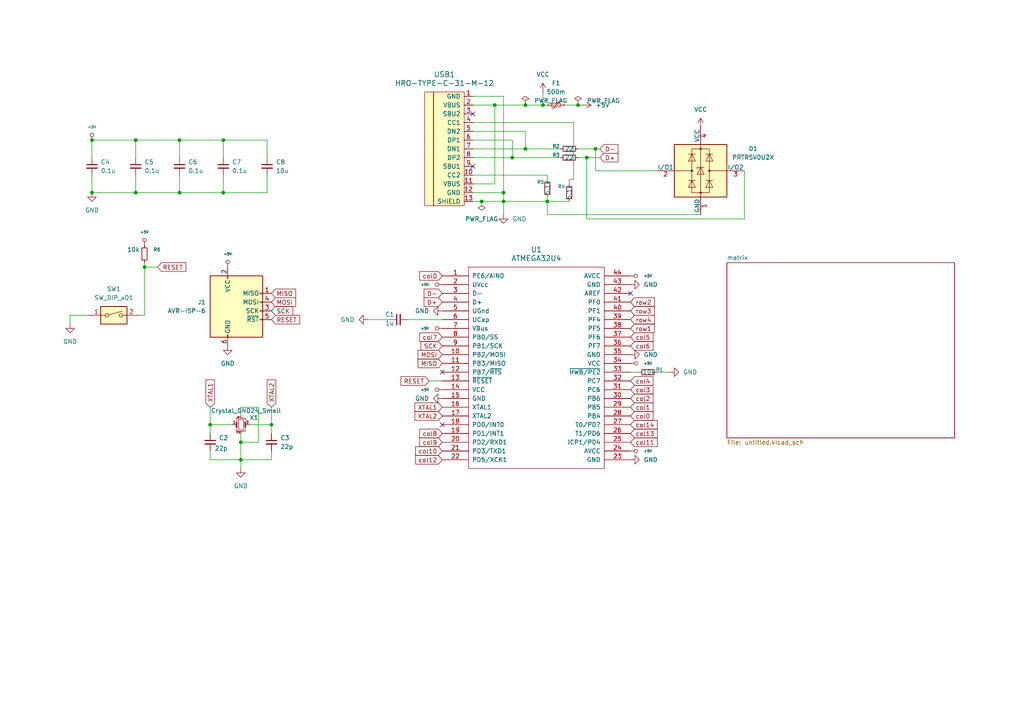
<source format=kicad_sch>
(kicad_sch
	(version 20250114)
	(generator "eeschema")
	(generator_version "9.0")
	(uuid "caff6a5f-9987-4789-b99b-8fb986168168")
	(paper "A4")
	(lib_symbols
		(symbol "Connector:AVR-ISP-6"
			(pin_names
				(offset 1.016)
			)
			(exclude_from_sim no)
			(in_bom yes)
			(on_board yes)
			(property "Reference" "J"
				(at -6.35 11.43 0)
				(effects
					(font
						(size 1.27 1.27)
					)
					(justify left)
				)
			)
			(property "Value" "AVR-ISP-6"
				(at 0 11.43 0)
				(effects
					(font
						(size 1.27 1.27)
					)
					(justify left)
				)
			)
			(property "Footprint" ""
				(at -6.35 1.27 90)
				(effects
					(font
						(size 1.27 1.27)
					)
					(hide yes)
				)
			)
			(property "Datasheet" "~"
				(at -32.385 -13.97 0)
				(effects
					(font
						(size 1.27 1.27)
					)
					(hide yes)
				)
			)
			(property "Description" "Atmel 6-pin ISP connector"
				(at 0 0 0)
				(effects
					(font
						(size 1.27 1.27)
					)
					(hide yes)
				)
			)
			(property "ki_keywords" "AVR ISP Connector"
				(at 0 0 0)
				(effects
					(font
						(size 1.27 1.27)
					)
					(hide yes)
				)
			)
			(property "ki_fp_filters" "IDC?Header*2x03* Pin?Header*2x03*"
				(at 0 0 0)
				(effects
					(font
						(size 1.27 1.27)
					)
					(hide yes)
				)
			)
			(symbol "AVR-ISP-6_0_1"
				(rectangle
					(start -2.667 10.16)
					(end -2.413 9.398)
					(stroke
						(width 0)
						(type default)
					)
					(fill
						(type none)
					)
				)
				(rectangle
					(start -2.667 -6.858)
					(end -2.413 -7.62)
					(stroke
						(width 0)
						(type default)
					)
					(fill
						(type none)
					)
				)
				(rectangle
					(start 7.62 10.16)
					(end -7.62 -7.62)
					(stroke
						(width 0.254)
						(type default)
					)
					(fill
						(type background)
					)
				)
				(rectangle
					(start 7.62 5.207)
					(end 6.858 4.953)
					(stroke
						(width 0)
						(type default)
					)
					(fill
						(type none)
					)
				)
				(rectangle
					(start 7.62 2.667)
					(end 6.858 2.413)
					(stroke
						(width 0)
						(type default)
					)
					(fill
						(type none)
					)
				)
				(rectangle
					(start 7.62 0.127)
					(end 6.858 -0.127)
					(stroke
						(width 0)
						(type default)
					)
					(fill
						(type none)
					)
				)
				(rectangle
					(start 7.62 -2.413)
					(end 6.858 -2.667)
					(stroke
						(width 0)
						(type default)
					)
					(fill
						(type none)
					)
				)
			)
			(symbol "AVR-ISP-6_1_1"
				(pin passive line
					(at -2.54 12.7 270)
					(length 2.54)
					(name "VCC"
						(effects
							(font
								(size 1.27 1.27)
							)
						)
					)
					(number "2"
						(effects
							(font
								(size 1.27 1.27)
							)
						)
					)
				)
				(pin passive line
					(at -2.54 -10.16 90)
					(length 2.54)
					(name "GND"
						(effects
							(font
								(size 1.27 1.27)
							)
						)
					)
					(number "6"
						(effects
							(font
								(size 1.27 1.27)
							)
						)
					)
				)
				(pin passive line
					(at 10.16 5.08 180)
					(length 2.54)
					(name "MISO"
						(effects
							(font
								(size 1.27 1.27)
							)
						)
					)
					(number "1"
						(effects
							(font
								(size 1.27 1.27)
							)
						)
					)
				)
				(pin passive line
					(at 10.16 2.54 180)
					(length 2.54)
					(name "MOSI"
						(effects
							(font
								(size 1.27 1.27)
							)
						)
					)
					(number "4"
						(effects
							(font
								(size 1.27 1.27)
							)
						)
					)
				)
				(pin passive line
					(at 10.16 0 180)
					(length 2.54)
					(name "SCK"
						(effects
							(font
								(size 1.27 1.27)
							)
						)
					)
					(number "3"
						(effects
							(font
								(size 1.27 1.27)
							)
						)
					)
				)
				(pin passive line
					(at 10.16 -2.54 180)
					(length 2.54)
					(name "~{RST}"
						(effects
							(font
								(size 1.27 1.27)
							)
						)
					)
					(number "5"
						(effects
							(font
								(size 1.27 1.27)
							)
						)
					)
				)
			)
			(embedded_fonts no)
		)
		(symbol "Device:C_Small"
			(pin_numbers
				(hide yes)
			)
			(pin_names
				(offset 0.254)
				(hide yes)
			)
			(exclude_from_sim no)
			(in_bom yes)
			(on_board yes)
			(property "Reference" "C"
				(at 0.254 1.778 0)
				(effects
					(font
						(size 1.27 1.27)
					)
					(justify left)
				)
			)
			(property "Value" "C_Small"
				(at 0.254 -2.032 0)
				(effects
					(font
						(size 1.27 1.27)
					)
					(justify left)
				)
			)
			(property "Footprint" ""
				(at 0 0 0)
				(effects
					(font
						(size 1.27 1.27)
					)
					(hide yes)
				)
			)
			(property "Datasheet" "~"
				(at 0 0 0)
				(effects
					(font
						(size 1.27 1.27)
					)
					(hide yes)
				)
			)
			(property "Description" "Unpolarized capacitor, small symbol"
				(at 0 0 0)
				(effects
					(font
						(size 1.27 1.27)
					)
					(hide yes)
				)
			)
			(property "ki_keywords" "capacitor cap"
				(at 0 0 0)
				(effects
					(font
						(size 1.27 1.27)
					)
					(hide yes)
				)
			)
			(property "ki_fp_filters" "C_*"
				(at 0 0 0)
				(effects
					(font
						(size 1.27 1.27)
					)
					(hide yes)
				)
			)
			(symbol "C_Small_0_1"
				(polyline
					(pts
						(xy -1.524 0.508) (xy 1.524 0.508)
					)
					(stroke
						(width 0.3048)
						(type default)
					)
					(fill
						(type none)
					)
				)
				(polyline
					(pts
						(xy -1.524 -0.508) (xy 1.524 -0.508)
					)
					(stroke
						(width 0.3302)
						(type default)
					)
					(fill
						(type none)
					)
				)
			)
			(symbol "C_Small_1_1"
				(pin passive line
					(at 0 2.54 270)
					(length 2.032)
					(name "~"
						(effects
							(font
								(size 1.27 1.27)
							)
						)
					)
					(number "1"
						(effects
							(font
								(size 1.27 1.27)
							)
						)
					)
				)
				(pin passive line
					(at 0 -2.54 90)
					(length 2.032)
					(name "~"
						(effects
							(font
								(size 1.27 1.27)
							)
						)
					)
					(number "2"
						(effects
							(font
								(size 1.27 1.27)
							)
						)
					)
				)
			)
			(embedded_fonts no)
		)
		(symbol "Device:Crystal_GND24_Small"
			(pin_names
				(offset 1.016)
				(hide yes)
			)
			(exclude_from_sim no)
			(in_bom yes)
			(on_board yes)
			(property "Reference" "Y"
				(at 1.27 4.445 0)
				(effects
					(font
						(size 1.27 1.27)
					)
					(justify left)
				)
			)
			(property "Value" "Crystal_GND24_Small"
				(at 1.27 2.54 0)
				(effects
					(font
						(size 1.27 1.27)
					)
					(justify left)
				)
			)
			(property "Footprint" ""
				(at 0 0 0)
				(effects
					(font
						(size 1.27 1.27)
					)
					(hide yes)
				)
			)
			(property "Datasheet" "~"
				(at 0 0 0)
				(effects
					(font
						(size 1.27 1.27)
					)
					(hide yes)
				)
			)
			(property "Description" "Four pin crystal, GND on pins 2 and 4, small symbol"
				(at 0 0 0)
				(effects
					(font
						(size 1.27 1.27)
					)
					(hide yes)
				)
			)
			(property "ki_keywords" "quartz ceramic resonator oscillator"
				(at 0 0 0)
				(effects
					(font
						(size 1.27 1.27)
					)
					(hide yes)
				)
			)
			(property "ki_fp_filters" "Crystal*"
				(at 0 0 0)
				(effects
					(font
						(size 1.27 1.27)
					)
					(hide yes)
				)
			)
			(symbol "Crystal_GND24_Small_0_1"
				(polyline
					(pts
						(xy -1.27 1.27) (xy -1.27 1.905) (xy 1.27 1.905) (xy 1.27 1.27)
					)
					(stroke
						(width 0)
						(type default)
					)
					(fill
						(type none)
					)
				)
				(polyline
					(pts
						(xy -1.27 -0.762) (xy -1.27 0.762)
					)
					(stroke
						(width 0.381)
						(type default)
					)
					(fill
						(type none)
					)
				)
				(polyline
					(pts
						(xy -1.27 -1.27) (xy -1.27 -1.905) (xy 1.27 -1.905) (xy 1.27 -1.27)
					)
					(stroke
						(width 0)
						(type default)
					)
					(fill
						(type none)
					)
				)
				(rectangle
					(start -0.762 -1.524)
					(end 0.762 1.524)
					(stroke
						(width 0)
						(type default)
					)
					(fill
						(type none)
					)
				)
				(polyline
					(pts
						(xy 1.27 -0.762) (xy 1.27 0.762)
					)
					(stroke
						(width 0.381)
						(type default)
					)
					(fill
						(type none)
					)
				)
			)
			(symbol "Crystal_GND24_Small_1_1"
				(pin passive line
					(at -2.54 0 0)
					(length 1.27)
					(name "1"
						(effects
							(font
								(size 1.27 1.27)
							)
						)
					)
					(number "1"
						(effects
							(font
								(size 0.762 0.762)
							)
						)
					)
				)
				(pin passive line
					(at 0 2.54 270)
					(length 0.635)
					(name "4"
						(effects
							(font
								(size 1.27 1.27)
							)
						)
					)
					(number "4"
						(effects
							(font
								(size 0.762 0.762)
							)
						)
					)
				)
				(pin passive line
					(at 0 -2.54 90)
					(length 0.635)
					(name "2"
						(effects
							(font
								(size 1.27 1.27)
							)
						)
					)
					(number "2"
						(effects
							(font
								(size 0.762 0.762)
							)
						)
					)
				)
				(pin passive line
					(at 2.54 0 180)
					(length 1.27)
					(name "3"
						(effects
							(font
								(size 1.27 1.27)
							)
						)
					)
					(number "3"
						(effects
							(font
								(size 0.762 0.762)
							)
						)
					)
				)
			)
			(embedded_fonts no)
		)
		(symbol "Device:Polyfuse_Small"
			(pin_numbers
				(hide yes)
			)
			(pin_names
				(offset 0)
			)
			(exclude_from_sim no)
			(in_bom yes)
			(on_board yes)
			(property "Reference" "F"
				(at -1.905 0 90)
				(effects
					(font
						(size 1.27 1.27)
					)
				)
			)
			(property "Value" "Polyfuse_Small"
				(at 1.905 0 90)
				(effects
					(font
						(size 1.27 1.27)
					)
				)
			)
			(property "Footprint" ""
				(at 1.27 -5.08 0)
				(effects
					(font
						(size 1.27 1.27)
					)
					(justify left)
					(hide yes)
				)
			)
			(property "Datasheet" "~"
				(at 0 0 0)
				(effects
					(font
						(size 1.27 1.27)
					)
					(hide yes)
				)
			)
			(property "Description" "Resettable fuse, polymeric positive temperature coefficient, small symbol"
				(at 0 0 0)
				(effects
					(font
						(size 1.27 1.27)
					)
					(hide yes)
				)
			)
			(property "ki_keywords" "resettable fuse PTC PPTC polyfuse polyswitch"
				(at 0 0 0)
				(effects
					(font
						(size 1.27 1.27)
					)
					(hide yes)
				)
			)
			(property "ki_fp_filters" "*polyfuse* *PTC*"
				(at 0 0 0)
				(effects
					(font
						(size 1.27 1.27)
					)
					(hide yes)
				)
			)
			(symbol "Polyfuse_Small_0_1"
				(polyline
					(pts
						(xy -1.016 1.27) (xy -1.016 0.762) (xy 1.016 -0.762) (xy 1.016 -1.27)
					)
					(stroke
						(width 0)
						(type default)
					)
					(fill
						(type none)
					)
				)
				(rectangle
					(start -0.508 1.27)
					(end 0.508 -1.27)
					(stroke
						(width 0)
						(type default)
					)
					(fill
						(type none)
					)
				)
				(polyline
					(pts
						(xy 0 2.54) (xy 0 -2.54)
					)
					(stroke
						(width 0)
						(type default)
					)
					(fill
						(type none)
					)
				)
			)
			(symbol "Polyfuse_Small_1_1"
				(pin passive line
					(at 0 2.54 270)
					(length 0.635)
					(name "~"
						(effects
							(font
								(size 1.27 1.27)
							)
						)
					)
					(number "1"
						(effects
							(font
								(size 1.27 1.27)
							)
						)
					)
				)
				(pin passive line
					(at 0 -2.54 90)
					(length 0.635)
					(name "~"
						(effects
							(font
								(size 1.27 1.27)
							)
						)
					)
					(number "2"
						(effects
							(font
								(size 1.27 1.27)
							)
						)
					)
				)
			)
			(embedded_fonts no)
		)
		(symbol "Device:R_Small"
			(pin_numbers
				(hide yes)
			)
			(pin_names
				(offset 0.254)
				(hide yes)
			)
			(exclude_from_sim no)
			(in_bom yes)
			(on_board yes)
			(property "Reference" "R"
				(at 0 0 90)
				(effects
					(font
						(size 1.016 1.016)
					)
				)
			)
			(property "Value" "R_Small"
				(at 1.778 0 90)
				(effects
					(font
						(size 1.27 1.27)
					)
				)
			)
			(property "Footprint" ""
				(at 0 0 0)
				(effects
					(font
						(size 1.27 1.27)
					)
					(hide yes)
				)
			)
			(property "Datasheet" "~"
				(at 0 0 0)
				(effects
					(font
						(size 1.27 1.27)
					)
					(hide yes)
				)
			)
			(property "Description" "Resistor, small symbol"
				(at 0 0 0)
				(effects
					(font
						(size 1.27 1.27)
					)
					(hide yes)
				)
			)
			(property "ki_keywords" "R resistor"
				(at 0 0 0)
				(effects
					(font
						(size 1.27 1.27)
					)
					(hide yes)
				)
			)
			(property "ki_fp_filters" "R_*"
				(at 0 0 0)
				(effects
					(font
						(size 1.27 1.27)
					)
					(hide yes)
				)
			)
			(symbol "R_Small_0_1"
				(rectangle
					(start -0.762 1.778)
					(end 0.762 -1.778)
					(stroke
						(width 0.2032)
						(type default)
					)
					(fill
						(type none)
					)
				)
			)
			(symbol "R_Small_1_1"
				(pin passive line
					(at 0 2.54 270)
					(length 0.762)
					(name "~"
						(effects
							(font
								(size 1.27 1.27)
							)
						)
					)
					(number "1"
						(effects
							(font
								(size 1.27 1.27)
							)
						)
					)
				)
				(pin passive line
					(at 0 -2.54 90)
					(length 0.762)
					(name "~"
						(effects
							(font
								(size 1.27 1.27)
							)
						)
					)
					(number "2"
						(effects
							(font
								(size 1.27 1.27)
							)
						)
					)
				)
			)
			(embedded_fonts no)
		)
		(symbol "Power_Protection:PRTR5V0U2X"
			(pin_names
				(offset 0)
			)
			(exclude_from_sim no)
			(in_bom yes)
			(on_board yes)
			(property "Reference" "D"
				(at 2.794 8.636 0)
				(effects
					(font
						(size 1.27 1.27)
					)
				)
			)
			(property "Value" "PRTR5V0U2X"
				(at 8.128 -9.398 0)
				(effects
					(font
						(size 1.27 1.27)
					)
				)
			)
			(property "Footprint" "Package_TO_SOT_SMD:SOT-143"
				(at 1.524 0 0)
				(effects
					(font
						(size 1.27 1.27)
					)
					(hide yes)
				)
			)
			(property "Datasheet" "https://assets.nexperia.com/documents/data-sheet/PRTR5V0U2X.pdf"
				(at 1.524 0 0)
				(effects
					(font
						(size 1.27 1.27)
					)
					(hide yes)
				)
			)
			(property "Description" "Ultra low capacitance double rail-to-rail ESD protection diode, SOT-143"
				(at 0 0 0)
				(effects
					(font
						(size 1.27 1.27)
					)
					(hide yes)
				)
			)
			(property "ki_keywords" "ESD protection diode"
				(at 0 0 0)
				(effects
					(font
						(size 1.27 1.27)
					)
					(hide yes)
				)
			)
			(property "ki_fp_filters" "SOT?143*"
				(at 0 0 0)
				(effects
					(font
						(size 1.27 1.27)
					)
					(hide yes)
				)
			)
			(symbol "PRTR5V0U2X_0_1"
				(rectangle
					(start -7.62 -7.62)
					(end 7.62 7.62)
					(stroke
						(width 0.254)
						(type default)
					)
					(fill
						(type background)
					)
				)
				(polyline
					(pts
						(xy -3.556 2.794) (xy -1.524 2.794) (xy -2.54 4.826) (xy -3.556 2.794)
					)
					(stroke
						(width 0)
						(type default)
					)
					(fill
						(type none)
					)
				)
				(polyline
					(pts
						(xy -3.556 -4.826) (xy -1.524 -4.826) (xy -2.54 -2.794) (xy -3.556 -4.826)
					)
					(stroke
						(width 0)
						(type default)
					)
					(fill
						(type none)
					)
				)
				(rectangle
					(start -2.54 6.35)
					(end 2.54 -6.35)
					(stroke
						(width 0)
						(type default)
					)
					(fill
						(type none)
					)
				)
				(circle
					(center -2.54 0)
					(radius 0.254)
					(stroke
						(width 0)
						(type default)
					)
					(fill
						(type outline)
					)
				)
				(polyline
					(pts
						(xy -2.54 0) (xy -7.62 0)
					)
					(stroke
						(width 0)
						(type default)
					)
					(fill
						(type none)
					)
				)
				(polyline
					(pts
						(xy -1.524 4.826) (xy -3.556 4.826)
					)
					(stroke
						(width 0)
						(type default)
					)
					(fill
						(type none)
					)
				)
				(polyline
					(pts
						(xy -1.524 -2.794) (xy -3.556 -2.794)
					)
					(stroke
						(width 0)
						(type default)
					)
					(fill
						(type none)
					)
				)
				(polyline
					(pts
						(xy -1.016 -1.016) (xy 1.016 -1.016) (xy 0 1.016) (xy -1.016 -1.016)
					)
					(stroke
						(width 0)
						(type default)
					)
					(fill
						(type none)
					)
				)
				(circle
					(center 0 6.35)
					(radius 0.254)
					(stroke
						(width 0)
						(type default)
					)
					(fill
						(type outline)
					)
				)
				(circle
					(center 0 -6.35)
					(radius 0.254)
					(stroke
						(width 0)
						(type default)
					)
					(fill
						(type outline)
					)
				)
				(polyline
					(pts
						(xy 0 -7.62) (xy 0 7.62)
					)
					(stroke
						(width 0)
						(type default)
					)
					(fill
						(type none)
					)
				)
				(polyline
					(pts
						(xy 1.016 1.016) (xy -1.016 1.016) (xy -1.016 0.508)
					)
					(stroke
						(width 0)
						(type default)
					)
					(fill
						(type none)
					)
				)
				(polyline
					(pts
						(xy 1.524 4.826) (xy 3.556 4.826)
					)
					(stroke
						(width 0)
						(type default)
					)
					(fill
						(type none)
					)
				)
				(polyline
					(pts
						(xy 1.524 -2.794) (xy 3.556 -2.794)
					)
					(stroke
						(width 0)
						(type default)
					)
					(fill
						(type none)
					)
				)
				(polyline
					(pts
						(xy 2.54 0) (xy 7.62 0)
					)
					(stroke
						(width 0)
						(type default)
					)
					(fill
						(type none)
					)
				)
				(circle
					(center 2.54 0)
					(radius 0.254)
					(stroke
						(width 0)
						(type default)
					)
					(fill
						(type outline)
					)
				)
				(polyline
					(pts
						(xy 3.556 2.794) (xy 1.524 2.794) (xy 2.54 4.826) (xy 3.556 2.794)
					)
					(stroke
						(width 0)
						(type default)
					)
					(fill
						(type none)
					)
				)
				(polyline
					(pts
						(xy 3.556 -4.826) (xy 1.524 -4.826) (xy 2.54 -2.794) (xy 3.556 -4.826)
					)
					(stroke
						(width 0)
						(type default)
					)
					(fill
						(type none)
					)
				)
			)
			(symbol "PRTR5V0U2X_1_1"
				(pin passive line
					(at -12.7 0 0)
					(length 5.08)
					(name "I/O1"
						(effects
							(font
								(size 1.27 1.27)
							)
						)
					)
					(number "2"
						(effects
							(font
								(size 1.27 1.27)
							)
						)
					)
				)
				(pin passive line
					(at 0 12.7 270)
					(length 5.08)
					(name "VCC"
						(effects
							(font
								(size 1.27 1.27)
							)
						)
					)
					(number "4"
						(effects
							(font
								(size 1.27 1.27)
							)
						)
					)
				)
				(pin passive line
					(at 0 -12.7 90)
					(length 5.08)
					(name "GND"
						(effects
							(font
								(size 1.27 1.27)
							)
						)
					)
					(number "1"
						(effects
							(font
								(size 1.27 1.27)
							)
						)
					)
				)
				(pin passive line
					(at 12.7 0 180)
					(length 5.08)
					(name "I/O2"
						(effects
							(font
								(size 1.27 1.27)
							)
						)
					)
					(number "3"
						(effects
							(font
								(size 1.27 1.27)
							)
						)
					)
				)
			)
			(embedded_fonts no)
		)
		(symbol "Switch:SW_DIP_x01"
			(pin_names
				(offset 0)
				(hide yes)
			)
			(exclude_from_sim no)
			(in_bom yes)
			(on_board yes)
			(property "Reference" "SW"
				(at 0 3.81 0)
				(effects
					(font
						(size 1.27 1.27)
					)
				)
			)
			(property "Value" "SW_DIP_x01"
				(at 0 -3.81 0)
				(effects
					(font
						(size 1.27 1.27)
					)
				)
			)
			(property "Footprint" ""
				(at 0 0 0)
				(effects
					(font
						(size 1.27 1.27)
					)
					(hide yes)
				)
			)
			(property "Datasheet" "~"
				(at 0 0 0)
				(effects
					(font
						(size 1.27 1.27)
					)
					(hide yes)
				)
			)
			(property "Description" "1x DIP Switch, Single Pole Single Throw (SPST) switch, small symbol"
				(at 0 0 0)
				(effects
					(font
						(size 1.27 1.27)
					)
					(hide yes)
				)
			)
			(property "ki_keywords" "dip switch"
				(at 0 0 0)
				(effects
					(font
						(size 1.27 1.27)
					)
					(hide yes)
				)
			)
			(property "ki_fp_filters" "SW?DIP?x1*"
				(at 0 0 0)
				(effects
					(font
						(size 1.27 1.27)
					)
					(hide yes)
				)
			)
			(symbol "SW_DIP_x01_0_0"
				(circle
					(center -2.032 0)
					(radius 0.508)
					(stroke
						(width 0)
						(type default)
					)
					(fill
						(type none)
					)
				)
				(polyline
					(pts
						(xy -1.524 0.127) (xy 2.3622 1.1684)
					)
					(stroke
						(width 0)
						(type default)
					)
					(fill
						(type none)
					)
				)
				(circle
					(center 2.032 0)
					(radius 0.508)
					(stroke
						(width 0)
						(type default)
					)
					(fill
						(type none)
					)
				)
			)
			(symbol "SW_DIP_x01_0_1"
				(rectangle
					(start -3.81 2.54)
					(end 3.81 -2.54)
					(stroke
						(width 0.254)
						(type default)
					)
					(fill
						(type background)
					)
				)
			)
			(symbol "SW_DIP_x01_1_1"
				(pin passive line
					(at -7.62 0 0)
					(length 5.08)
					(name "~"
						(effects
							(font
								(size 1.27 1.27)
							)
						)
					)
					(number "1"
						(effects
							(font
								(size 1.27 1.27)
							)
						)
					)
				)
				(pin passive line
					(at 7.62 0 180)
					(length 5.08)
					(name "~"
						(effects
							(font
								(size 1.27 1.27)
							)
						)
					)
					(number "2"
						(effects
							(font
								(size 1.27 1.27)
							)
						)
					)
				)
			)
			(embedded_fonts no)
		)
		(symbol "Type-C:HRO-TYPE-C-31-M-12"
			(pin_names
				(offset 1.016)
			)
			(exclude_from_sim no)
			(in_bom yes)
			(on_board yes)
			(property "Reference" "USB"
				(at -5.08 16.51 0)
				(effects
					(font
						(size 1.524 1.524)
					)
				)
			)
			(property "Value" "HRO-TYPE-C-31-M-12"
				(at -10.16 -1.27 90)
				(effects
					(font
						(size 1.524 1.524)
					)
				)
			)
			(property "Footprint" ""
				(at 0 0 0)
				(effects
					(font
						(size 1.524 1.524)
					)
					(hide yes)
				)
			)
			(property "Datasheet" ""
				(at 0 0 0)
				(effects
					(font
						(size 1.524 1.524)
					)
					(hide yes)
				)
			)
			(property "Description" ""
				(at 0 0 0)
				(effects
					(font
						(size 1.27 1.27)
					)
					(hide yes)
				)
			)
			(symbol "HRO-TYPE-C-31-M-12_0_1"
				(rectangle
					(start -11.43 15.24)
					(end -8.89 -17.78)
					(stroke
						(width 0)
						(type solid)
					)
					(fill
						(type background)
					)
				)
				(rectangle
					(start 0 -17.78)
					(end -8.89 15.24)
					(stroke
						(width 0)
						(type solid)
					)
					(fill
						(type background)
					)
				)
			)
			(symbol "HRO-TYPE-C-31-M-12_1_1"
				(pin input line
					(at 2.54 13.97 180)
					(length 2.54)
					(name "GND"
						(effects
							(font
								(size 1.27 1.27)
							)
						)
					)
					(number "1"
						(effects
							(font
								(size 1.27 1.27)
							)
						)
					)
				)
				(pin input line
					(at 2.54 11.43 180)
					(length 2.54)
					(name "VBUS"
						(effects
							(font
								(size 1.27 1.27)
							)
						)
					)
					(number "2"
						(effects
							(font
								(size 1.27 1.27)
							)
						)
					)
				)
				(pin input line
					(at 2.54 8.89 180)
					(length 2.54)
					(name "SBU2"
						(effects
							(font
								(size 1.27 1.27)
							)
						)
					)
					(number "3"
						(effects
							(font
								(size 1.27 1.27)
							)
						)
					)
				)
				(pin input line
					(at 2.54 6.35 180)
					(length 2.54)
					(name "CC1"
						(effects
							(font
								(size 1.27 1.27)
							)
						)
					)
					(number "4"
						(effects
							(font
								(size 1.27 1.27)
							)
						)
					)
				)
				(pin input line
					(at 2.54 3.81 180)
					(length 2.54)
					(name "DN2"
						(effects
							(font
								(size 1.27 1.27)
							)
						)
					)
					(number "5"
						(effects
							(font
								(size 1.27 1.27)
							)
						)
					)
				)
				(pin input line
					(at 2.54 1.27 180)
					(length 2.54)
					(name "DP1"
						(effects
							(font
								(size 1.27 1.27)
							)
						)
					)
					(number "6"
						(effects
							(font
								(size 1.27 1.27)
							)
						)
					)
				)
				(pin input line
					(at 2.54 -1.27 180)
					(length 2.54)
					(name "DN1"
						(effects
							(font
								(size 1.27 1.27)
							)
						)
					)
					(number "7"
						(effects
							(font
								(size 1.27 1.27)
							)
						)
					)
				)
				(pin input line
					(at 2.54 -3.81 180)
					(length 2.54)
					(name "DP2"
						(effects
							(font
								(size 1.27 1.27)
							)
						)
					)
					(number "8"
						(effects
							(font
								(size 1.27 1.27)
							)
						)
					)
				)
				(pin input line
					(at 2.54 -6.35 180)
					(length 2.54)
					(name "SBU1"
						(effects
							(font
								(size 1.27 1.27)
							)
						)
					)
					(number "9"
						(effects
							(font
								(size 1.27 1.27)
							)
						)
					)
				)
				(pin input line
					(at 2.54 -8.89 180)
					(length 2.54)
					(name "CC2"
						(effects
							(font
								(size 1.27 1.27)
							)
						)
					)
					(number "10"
						(effects
							(font
								(size 1.27 1.27)
							)
						)
					)
				)
				(pin input line
					(at 2.54 -11.43 180)
					(length 2.54)
					(name "VBUS"
						(effects
							(font
								(size 1.27 1.27)
							)
						)
					)
					(number "11"
						(effects
							(font
								(size 1.27 1.27)
							)
						)
					)
				)
				(pin input line
					(at 2.54 -13.97 180)
					(length 2.54)
					(name "GND"
						(effects
							(font
								(size 1.27 1.27)
							)
						)
					)
					(number "12"
						(effects
							(font
								(size 1.27 1.27)
							)
						)
					)
				)
				(pin input line
					(at 2.54 -16.51 180)
					(length 2.54)
					(name "SHIELD"
						(effects
							(font
								(size 1.27 1.27)
							)
						)
					)
					(number "13"
						(effects
							(font
								(size 1.27 1.27)
							)
						)
					)
				)
			)
			(embedded_fonts no)
		)
		(symbol "keyboard_parts:+5V"
			(power)
			(pin_names
				(offset 0)
			)
			(exclude_from_sim no)
			(in_bom yes)
			(on_board yes)
			(property "Reference" "#PWR"
				(at 0 -0.762 0)
				(effects
					(font
						(size 0.508 0.508)
					)
					(hide yes)
				)
			)
			(property "Value" "+5V"
				(at 0 2.794 0)
				(effects
					(font
						(size 0.762 0.762)
					)
				)
			)
			(property "Footprint" ""
				(at 0 0 0)
				(effects
					(font
						(size 1.524 1.524)
					)
				)
			)
			(property "Datasheet" ""
				(at 0 0 0)
				(effects
					(font
						(size 1.524 1.524)
					)
				)
			)
			(property "Description" ""
				(at 0 0 0)
				(effects
					(font
						(size 1.27 1.27)
					)
					(hide yes)
				)
			)
			(symbol "+5V_0_0"
				(pin power_in line
					(at 0 0 90)
					(length 0)
					(hide yes)
					(name "+5V"
						(effects
							(font
								(size 0.508 0.508)
							)
						)
					)
					(number "1"
						(effects
							(font
								(size 0.254 0.254)
							)
						)
					)
				)
			)
			(symbol "+5V_0_1"
				(circle
					(center 0 1.524)
					(radius 0.508)
					(stroke
						(width 0)
						(type solid)
					)
					(fill
						(type none)
					)
				)
				(polyline
					(pts
						(xy 0 0) (xy 0 1.016) (xy 0 1.016)
					)
					(stroke
						(width 0)
						(type solid)
					)
					(fill
						(type none)
					)
				)
			)
			(embedded_fonts no)
		)
		(symbol "keyboard_parts:ATMEGA32U4"
			(pin_names
				(offset 1.016)
			)
			(exclude_from_sim no)
			(in_bom yes)
			(on_board yes)
			(property "Reference" "U"
				(at 0 -31.75 0)
				(effects
					(font
						(size 1.524 1.524)
					)
				)
			)
			(property "Value" "ATMEGA32U4"
				(at 0 31.75 0)
				(effects
					(font
						(size 1.524 1.524)
					)
				)
			)
			(property "Footprint" ""
				(at 0 0 0)
				(effects
					(font
						(size 1.524 1.524)
					)
				)
			)
			(property "Datasheet" ""
				(at 0 0 0)
				(effects
					(font
						(size 1.524 1.524)
					)
				)
			)
			(property "Description" ""
				(at 0 0 0)
				(effects
					(font
						(size 1.27 1.27)
					)
					(hide yes)
				)
			)
			(symbol "ATMEGA32U4_0_1"
				(rectangle
					(start 20.32 29.21)
					(end -19.05 -29.21)
					(stroke
						(width 0)
						(type solid)
					)
					(fill
						(type none)
					)
				)
			)
			(symbol "ATMEGA32U4_1_1"
				(pin bidirectional line
					(at -26.67 26.67 0)
					(length 7.62)
					(name "PE6/AIN0"
						(effects
							(font
								(size 1.27 1.27)
							)
						)
					)
					(number "1"
						(effects
							(font
								(size 1.27 1.27)
							)
						)
					)
				)
				(pin power_in line
					(at -26.67 24.13 0)
					(length 7.62)
					(name "UVcc"
						(effects
							(font
								(size 1.27 1.27)
							)
						)
					)
					(number "2"
						(effects
							(font
								(size 1.27 1.27)
							)
						)
					)
				)
				(pin bidirectional line
					(at -26.67 21.59 0)
					(length 7.62)
					(name "D-"
						(effects
							(font
								(size 1.27 1.27)
							)
						)
					)
					(number "3"
						(effects
							(font
								(size 1.27 1.27)
							)
						)
					)
				)
				(pin bidirectional line
					(at -26.67 19.05 0)
					(length 7.62)
					(name "D+"
						(effects
							(font
								(size 1.27 1.27)
							)
						)
					)
					(number "4"
						(effects
							(font
								(size 1.27 1.27)
							)
						)
					)
				)
				(pin power_in line
					(at -26.67 16.51 0)
					(length 7.62)
					(name "UGnd"
						(effects
							(font
								(size 1.27 1.27)
							)
						)
					)
					(number "5"
						(effects
							(font
								(size 1.27 1.27)
							)
						)
					)
				)
				(pin input line
					(at -26.67 13.97 0)
					(length 7.62)
					(name "UCap"
						(effects
							(font
								(size 1.27 1.27)
							)
						)
					)
					(number "6"
						(effects
							(font
								(size 1.27 1.27)
							)
						)
					)
				)
				(pin input line
					(at -26.67 11.43 0)
					(length 7.62)
					(name "VBus"
						(effects
							(font
								(size 1.27 1.27)
							)
						)
					)
					(number "7"
						(effects
							(font
								(size 1.27 1.27)
							)
						)
					)
				)
				(pin bidirectional line
					(at -26.67 8.89 0)
					(length 7.62)
					(name "PB0/SS"
						(effects
							(font
								(size 1.27 1.27)
							)
						)
					)
					(number "8"
						(effects
							(font
								(size 1.27 1.27)
							)
						)
					)
				)
				(pin bidirectional line
					(at -26.67 6.35 0)
					(length 7.62)
					(name "PB1/SCK"
						(effects
							(font
								(size 1.27 1.27)
							)
						)
					)
					(number "9"
						(effects
							(font
								(size 1.27 1.27)
							)
						)
					)
				)
				(pin bidirectional line
					(at -26.67 3.81 0)
					(length 7.62)
					(name "PB2/MOSI"
						(effects
							(font
								(size 1.27 1.27)
							)
						)
					)
					(number "10"
						(effects
							(font
								(size 1.27 1.27)
							)
						)
					)
				)
				(pin bidirectional line
					(at -26.67 1.27 0)
					(length 7.62)
					(name "PB3/MISO"
						(effects
							(font
								(size 1.27 1.27)
							)
						)
					)
					(number "11"
						(effects
							(font
								(size 1.27 1.27)
							)
						)
					)
				)
				(pin bidirectional line
					(at -26.67 -1.27 0)
					(length 7.62)
					(name "PB7/~{RTS}"
						(effects
							(font
								(size 1.27 1.27)
							)
						)
					)
					(number "12"
						(effects
							(font
								(size 1.27 1.27)
							)
						)
					)
				)
				(pin input line
					(at -26.67 -3.81 0)
					(length 7.62)
					(name "~{RESET}"
						(effects
							(font
								(size 1.27 1.27)
							)
						)
					)
					(number "13"
						(effects
							(font
								(size 1.27 1.27)
							)
						)
					)
				)
				(pin power_in line
					(at -26.67 -6.35 0)
					(length 7.62)
					(name "VCC"
						(effects
							(font
								(size 1.27 1.27)
							)
						)
					)
					(number "14"
						(effects
							(font
								(size 1.27 1.27)
							)
						)
					)
				)
				(pin power_in line
					(at -26.67 -8.89 0)
					(length 7.62)
					(name "GND"
						(effects
							(font
								(size 1.27 1.27)
							)
						)
					)
					(number "15"
						(effects
							(font
								(size 1.27 1.27)
							)
						)
					)
				)
				(pin input line
					(at -26.67 -11.43 0)
					(length 7.62)
					(name "XTAL1"
						(effects
							(font
								(size 1.27 1.27)
							)
						)
					)
					(number "16"
						(effects
							(font
								(size 1.27 1.27)
							)
						)
					)
				)
				(pin output line
					(at -26.67 -13.97 0)
					(length 7.62)
					(name "XTAL2"
						(effects
							(font
								(size 1.27 1.27)
							)
						)
					)
					(number "17"
						(effects
							(font
								(size 1.27 1.27)
							)
						)
					)
				)
				(pin bidirectional line
					(at -26.67 -16.51 0)
					(length 7.62)
					(name "PD0/INT0"
						(effects
							(font
								(size 1.27 1.27)
							)
						)
					)
					(number "18"
						(effects
							(font
								(size 1.27 1.27)
							)
						)
					)
				)
				(pin bidirectional line
					(at -26.67 -19.05 0)
					(length 7.62)
					(name "PD1/INT1"
						(effects
							(font
								(size 1.27 1.27)
							)
						)
					)
					(number "19"
						(effects
							(font
								(size 1.27 1.27)
							)
						)
					)
				)
				(pin bidirectional line
					(at -26.67 -21.59 0)
					(length 7.62)
					(name "PD2/RXD1"
						(effects
							(font
								(size 1.27 1.27)
							)
						)
					)
					(number "20"
						(effects
							(font
								(size 1.27 1.27)
							)
						)
					)
				)
				(pin bidirectional line
					(at -26.67 -24.13 0)
					(length 7.62)
					(name "PD3/TXD1"
						(effects
							(font
								(size 1.27 1.27)
							)
						)
					)
					(number "21"
						(effects
							(font
								(size 1.27 1.27)
							)
						)
					)
				)
				(pin bidirectional line
					(at -26.67 -26.67 0)
					(length 7.62)
					(name "PD5/XCK1"
						(effects
							(font
								(size 1.27 1.27)
							)
						)
					)
					(number "22"
						(effects
							(font
								(size 1.27 1.27)
							)
						)
					)
				)
				(pin power_in line
					(at 27.94 26.67 180)
					(length 7.62)
					(name "AVCC"
						(effects
							(font
								(size 1.27 1.27)
							)
						)
					)
					(number "44"
						(effects
							(font
								(size 1.27 1.27)
							)
						)
					)
				)
				(pin power_in line
					(at 27.94 24.13 180)
					(length 7.62)
					(name "GND"
						(effects
							(font
								(size 1.27 1.27)
							)
						)
					)
					(number "43"
						(effects
							(font
								(size 1.27 1.27)
							)
						)
					)
				)
				(pin input line
					(at 27.94 21.59 180)
					(length 7.62)
					(name "AREF"
						(effects
							(font
								(size 1.27 1.27)
							)
						)
					)
					(number "42"
						(effects
							(font
								(size 1.27 1.27)
							)
						)
					)
				)
				(pin bidirectional line
					(at 27.94 19.05 180)
					(length 7.62)
					(name "PF0"
						(effects
							(font
								(size 1.27 1.27)
							)
						)
					)
					(number "41"
						(effects
							(font
								(size 1.27 1.27)
							)
						)
					)
				)
				(pin bidirectional line
					(at 27.94 16.51 180)
					(length 7.62)
					(name "PF1"
						(effects
							(font
								(size 1.27 1.27)
							)
						)
					)
					(number "40"
						(effects
							(font
								(size 1.27 1.27)
							)
						)
					)
				)
				(pin bidirectional line
					(at 27.94 13.97 180)
					(length 7.62)
					(name "PF4"
						(effects
							(font
								(size 1.27 1.27)
							)
						)
					)
					(number "39"
						(effects
							(font
								(size 1.27 1.27)
							)
						)
					)
				)
				(pin bidirectional line
					(at 27.94 11.43 180)
					(length 7.62)
					(name "PF5"
						(effects
							(font
								(size 1.27 1.27)
							)
						)
					)
					(number "38"
						(effects
							(font
								(size 1.27 1.27)
							)
						)
					)
				)
				(pin bidirectional line
					(at 27.94 8.89 180)
					(length 7.62)
					(name "PF6"
						(effects
							(font
								(size 1.27 1.27)
							)
						)
					)
					(number "37"
						(effects
							(font
								(size 1.27 1.27)
							)
						)
					)
				)
				(pin bidirectional line
					(at 27.94 6.35 180)
					(length 7.62)
					(name "PF7"
						(effects
							(font
								(size 1.27 1.27)
							)
						)
					)
					(number "36"
						(effects
							(font
								(size 1.27 1.27)
							)
						)
					)
				)
				(pin power_in line
					(at 27.94 3.81 180)
					(length 7.62)
					(name "GND"
						(effects
							(font
								(size 1.27 1.27)
							)
						)
					)
					(number "35"
						(effects
							(font
								(size 1.27 1.27)
							)
						)
					)
				)
				(pin power_in line
					(at 27.94 1.27 180)
					(length 7.62)
					(name "VCC"
						(effects
							(font
								(size 1.27 1.27)
							)
						)
					)
					(number "34"
						(effects
							(font
								(size 1.27 1.27)
							)
						)
					)
				)
				(pin bidirectional line
					(at 27.94 -1.27 180)
					(length 7.62)
					(name "~{HWB/PE2}"
						(effects
							(font
								(size 1.27 1.27)
							)
						)
					)
					(number "33"
						(effects
							(font
								(size 1.27 1.27)
							)
						)
					)
				)
				(pin bidirectional line
					(at 27.94 -3.81 180)
					(length 7.62)
					(name "PC7"
						(effects
							(font
								(size 1.27 1.27)
							)
						)
					)
					(number "32"
						(effects
							(font
								(size 1.27 1.27)
							)
						)
					)
				)
				(pin bidirectional line
					(at 27.94 -6.35 180)
					(length 7.62)
					(name "PC6"
						(effects
							(font
								(size 1.27 1.27)
							)
						)
					)
					(number "31"
						(effects
							(font
								(size 1.27 1.27)
							)
						)
					)
				)
				(pin bidirectional line
					(at 27.94 -8.89 180)
					(length 7.62)
					(name "PB6"
						(effects
							(font
								(size 1.27 1.27)
							)
						)
					)
					(number "30"
						(effects
							(font
								(size 1.27 1.27)
							)
						)
					)
				)
				(pin bidirectional line
					(at 27.94 -11.43 180)
					(length 7.62)
					(name "PB5"
						(effects
							(font
								(size 1.27 1.27)
							)
						)
					)
					(number "29"
						(effects
							(font
								(size 1.27 1.27)
							)
						)
					)
				)
				(pin bidirectional line
					(at 27.94 -13.97 180)
					(length 7.62)
					(name "PB4"
						(effects
							(font
								(size 1.27 1.27)
							)
						)
					)
					(number "28"
						(effects
							(font
								(size 1.27 1.27)
							)
						)
					)
				)
				(pin bidirectional line
					(at 27.94 -16.51 180)
					(length 7.62)
					(name "T0/PD7"
						(effects
							(font
								(size 1.27 1.27)
							)
						)
					)
					(number "27"
						(effects
							(font
								(size 1.27 1.27)
							)
						)
					)
				)
				(pin bidirectional line
					(at 27.94 -19.05 180)
					(length 7.62)
					(name "T1/PD6"
						(effects
							(font
								(size 1.27 1.27)
							)
						)
					)
					(number "26"
						(effects
							(font
								(size 1.27 1.27)
							)
						)
					)
				)
				(pin bidirectional line
					(at 27.94 -21.59 180)
					(length 7.62)
					(name "ICP1/PD4"
						(effects
							(font
								(size 1.27 1.27)
							)
						)
					)
					(number "25"
						(effects
							(font
								(size 1.27 1.27)
							)
						)
					)
				)
				(pin power_in line
					(at 27.94 -24.13 180)
					(length 7.62)
					(name "AVCC"
						(effects
							(font
								(size 1.27 1.27)
							)
						)
					)
					(number "24"
						(effects
							(font
								(size 1.27 1.27)
							)
						)
					)
				)
				(pin power_in line
					(at 27.94 -26.67 180)
					(length 7.62)
					(name "GND"
						(effects
							(font
								(size 1.27 1.27)
							)
						)
					)
					(number "23"
						(effects
							(font
								(size 1.27 1.27)
							)
						)
					)
				)
			)
			(embedded_fonts no)
		)
		(symbol "power:+5V"
			(power)
			(pin_numbers
				(hide yes)
			)
			(pin_names
				(offset 0)
				(hide yes)
			)
			(exclude_from_sim no)
			(in_bom yes)
			(on_board yes)
			(property "Reference" "#PWR"
				(at 0 -3.81 0)
				(effects
					(font
						(size 1.27 1.27)
					)
					(hide yes)
				)
			)
			(property "Value" "+5V"
				(at 0 3.556 0)
				(effects
					(font
						(size 1.27 1.27)
					)
				)
			)
			(property "Footprint" ""
				(at 0 0 0)
				(effects
					(font
						(size 1.27 1.27)
					)
					(hide yes)
				)
			)
			(property "Datasheet" ""
				(at 0 0 0)
				(effects
					(font
						(size 1.27 1.27)
					)
					(hide yes)
				)
			)
			(property "Description" "Power symbol creates a global label with name \"+5V\""
				(at 0 0 0)
				(effects
					(font
						(size 1.27 1.27)
					)
					(hide yes)
				)
			)
			(property "ki_keywords" "global power"
				(at 0 0 0)
				(effects
					(font
						(size 1.27 1.27)
					)
					(hide yes)
				)
			)
			(symbol "+5V_0_1"
				(polyline
					(pts
						(xy -0.762 1.27) (xy 0 2.54)
					)
					(stroke
						(width 0)
						(type default)
					)
					(fill
						(type none)
					)
				)
				(polyline
					(pts
						(xy 0 2.54) (xy 0.762 1.27)
					)
					(stroke
						(width 0)
						(type default)
					)
					(fill
						(type none)
					)
				)
				(polyline
					(pts
						(xy 0 0) (xy 0 2.54)
					)
					(stroke
						(width 0)
						(type default)
					)
					(fill
						(type none)
					)
				)
			)
			(symbol "+5V_1_1"
				(pin power_in line
					(at 0 0 90)
					(length 0)
					(name "~"
						(effects
							(font
								(size 1.27 1.27)
							)
						)
					)
					(number "1"
						(effects
							(font
								(size 1.27 1.27)
							)
						)
					)
				)
			)
			(embedded_fonts no)
		)
		(symbol "power:GND"
			(power)
			(pin_numbers
				(hide yes)
			)
			(pin_names
				(offset 0)
				(hide yes)
			)
			(exclude_from_sim no)
			(in_bom yes)
			(on_board yes)
			(property "Reference" "#PWR"
				(at 0 -6.35 0)
				(effects
					(font
						(size 1.27 1.27)
					)
					(hide yes)
				)
			)
			(property "Value" "GND"
				(at 0 -3.81 0)
				(effects
					(font
						(size 1.27 1.27)
					)
				)
			)
			(property "Footprint" ""
				(at 0 0 0)
				(effects
					(font
						(size 1.27 1.27)
					)
					(hide yes)
				)
			)
			(property "Datasheet" ""
				(at 0 0 0)
				(effects
					(font
						(size 1.27 1.27)
					)
					(hide yes)
				)
			)
			(property "Description" "Power symbol creates a global label with name \"GND\" , ground"
				(at 0 0 0)
				(effects
					(font
						(size 1.27 1.27)
					)
					(hide yes)
				)
			)
			(property "ki_keywords" "global power"
				(at 0 0 0)
				(effects
					(font
						(size 1.27 1.27)
					)
					(hide yes)
				)
			)
			(symbol "GND_0_1"
				(polyline
					(pts
						(xy 0 0) (xy 0 -1.27) (xy 1.27 -1.27) (xy 0 -2.54) (xy -1.27 -1.27) (xy 0 -1.27)
					)
					(stroke
						(width 0)
						(type default)
					)
					(fill
						(type none)
					)
				)
			)
			(symbol "GND_1_1"
				(pin power_in line
					(at 0 0 270)
					(length 0)
					(name "~"
						(effects
							(font
								(size 1.27 1.27)
							)
						)
					)
					(number "1"
						(effects
							(font
								(size 1.27 1.27)
							)
						)
					)
				)
			)
			(embedded_fonts no)
		)
		(symbol "power:PWR_FLAG"
			(power)
			(pin_numbers
				(hide yes)
			)
			(pin_names
				(offset 0)
				(hide yes)
			)
			(exclude_from_sim no)
			(in_bom yes)
			(on_board yes)
			(property "Reference" "#FLG"
				(at 0 1.905 0)
				(effects
					(font
						(size 1.27 1.27)
					)
					(hide yes)
				)
			)
			(property "Value" "PWR_FLAG"
				(at 0 3.81 0)
				(effects
					(font
						(size 1.27 1.27)
					)
				)
			)
			(property "Footprint" ""
				(at 0 0 0)
				(effects
					(font
						(size 1.27 1.27)
					)
					(hide yes)
				)
			)
			(property "Datasheet" "~"
				(at 0 0 0)
				(effects
					(font
						(size 1.27 1.27)
					)
					(hide yes)
				)
			)
			(property "Description" "Special symbol for telling ERC where power comes from"
				(at 0 0 0)
				(effects
					(font
						(size 1.27 1.27)
					)
					(hide yes)
				)
			)
			(property "ki_keywords" "flag power"
				(at 0 0 0)
				(effects
					(font
						(size 1.27 1.27)
					)
					(hide yes)
				)
			)
			(symbol "PWR_FLAG_0_0"
				(pin power_out line
					(at 0 0 90)
					(length 0)
					(name "~"
						(effects
							(font
								(size 1.27 1.27)
							)
						)
					)
					(number "1"
						(effects
							(font
								(size 1.27 1.27)
							)
						)
					)
				)
			)
			(symbol "PWR_FLAG_0_1"
				(polyline
					(pts
						(xy 0 0) (xy 0 1.27) (xy -1.016 1.905) (xy 0 2.54) (xy 1.016 1.905) (xy 0 1.27)
					)
					(stroke
						(width 0)
						(type default)
					)
					(fill
						(type none)
					)
				)
			)
			(embedded_fonts no)
		)
		(symbol "power:VCC"
			(power)
			(pin_numbers
				(hide yes)
			)
			(pin_names
				(offset 0)
				(hide yes)
			)
			(exclude_from_sim no)
			(in_bom yes)
			(on_board yes)
			(property "Reference" "#PWR"
				(at 0 -3.81 0)
				(effects
					(font
						(size 1.27 1.27)
					)
					(hide yes)
				)
			)
			(property "Value" "VCC"
				(at 0 3.556 0)
				(effects
					(font
						(size 1.27 1.27)
					)
				)
			)
			(property "Footprint" ""
				(at 0 0 0)
				(effects
					(font
						(size 1.27 1.27)
					)
					(hide yes)
				)
			)
			(property "Datasheet" ""
				(at 0 0 0)
				(effects
					(font
						(size 1.27 1.27)
					)
					(hide yes)
				)
			)
			(property "Description" "Power symbol creates a global label with name \"VCC\""
				(at 0 0 0)
				(effects
					(font
						(size 1.27 1.27)
					)
					(hide yes)
				)
			)
			(property "ki_keywords" "global power"
				(at 0 0 0)
				(effects
					(font
						(size 1.27 1.27)
					)
					(hide yes)
				)
			)
			(symbol "VCC_0_1"
				(polyline
					(pts
						(xy -0.762 1.27) (xy 0 2.54)
					)
					(stroke
						(width 0)
						(type default)
					)
					(fill
						(type none)
					)
				)
				(polyline
					(pts
						(xy 0 2.54) (xy 0.762 1.27)
					)
					(stroke
						(width 0)
						(type default)
					)
					(fill
						(type none)
					)
				)
				(polyline
					(pts
						(xy 0 0) (xy 0 2.54)
					)
					(stroke
						(width 0)
						(type default)
					)
					(fill
						(type none)
					)
				)
			)
			(symbol "VCC_1_1"
				(pin power_in line
					(at 0 0 90)
					(length 0)
					(name "~"
						(effects
							(font
								(size 1.27 1.27)
							)
						)
					)
					(number "1"
						(effects
							(font
								(size 1.27 1.27)
							)
						)
					)
				)
			)
			(embedded_fonts no)
		)
	)
	(junction
		(at 52.07 40.64)
		(diameter 0)
		(color 0 0 0 0)
		(uuid "04afc655-1475-4144-b350-5b0ab1e6d983")
	)
	(junction
		(at 146.05 58.42)
		(diameter 0)
		(color 0 0 0 0)
		(uuid "0c70693c-c83c-4115-85f7-e89b04f920ef")
	)
	(junction
		(at 172.72 43.18)
		(diameter 0)
		(color 0 0 0 0)
		(uuid "1a85145d-4b1c-4032-a2c7-ddca285882f8")
	)
	(junction
		(at 39.37 55.88)
		(diameter 0)
		(color 0 0 0 0)
		(uuid "1ee40630-fae4-4798-afed-e928afe7f243")
	)
	(junction
		(at 39.37 40.64)
		(diameter 0)
		(color 0 0 0 0)
		(uuid "262fc4d4-d401-4803-a690-0da54e7100d0")
	)
	(junction
		(at 69.85 133.35)
		(diameter 0)
		(color 0 0 0 0)
		(uuid "44afc950-167e-4918-afaf-2354fd93a3e8")
	)
	(junction
		(at 52.07 55.88)
		(diameter 0)
		(color 0 0 0 0)
		(uuid "652559ea-db7f-4612-990c-3bb59f534f89")
	)
	(junction
		(at 158.75 58.42)
		(diameter 0)
		(color 0 0 0 0)
		(uuid "681f821d-d4f3-4ef0-a52c-f4eb5210ca28")
	)
	(junction
		(at 78.74 123.19)
		(diameter 0)
		(color 0 0 0 0)
		(uuid "69f378dd-9f53-471b-aca2-07ed968a1585")
	)
	(junction
		(at 26.67 40.64)
		(diameter 0)
		(color 0 0 0 0)
		(uuid "7acd5f3c-189c-48b5-baea-160345090b12")
	)
	(junction
		(at 148.59 45.72)
		(diameter 0)
		(color 0 0 0 0)
		(uuid "8da97420-e033-44f2-a306-027d9e55fcf4")
	)
	(junction
		(at 143.51 30.48)
		(diameter 0)
		(color 0 0 0 0)
		(uuid "8dbe8f56-db5c-4091-a550-7b0cd6ff699c")
	)
	(junction
		(at 157.48 30.48)
		(diameter 0)
		(color 0 0 0 0)
		(uuid "8e1b6147-ccbe-4c73-adf2-0443921d8859")
	)
	(junction
		(at 152.4 43.18)
		(diameter 0)
		(color 0 0 0 0)
		(uuid "95dd110f-38a8-4ed5-89a2-bfc2f97015e9")
	)
	(junction
		(at 152.4 30.48)
		(diameter 0)
		(color 0 0 0 0)
		(uuid "a4c3f51a-d935-46fe-9a7e-616c835b60bb")
	)
	(junction
		(at 41.91 77.47)
		(diameter 0)
		(color 0 0 0 0)
		(uuid "a52a55e4-77bf-4e13-aac4-78af7978c46c")
	)
	(junction
		(at 60.96 123.19)
		(diameter 0)
		(color 0 0 0 0)
		(uuid "ade54efc-e64f-43c1-8bd6-5c742ac1e76e")
	)
	(junction
		(at 69.85 128.27)
		(diameter 0)
		(color 0 0 0 0)
		(uuid "ae28110f-258f-42d5-a5a5-ee407e49b8c4")
	)
	(junction
		(at 146.05 55.88)
		(diameter 0)
		(color 0 0 0 0)
		(uuid "bd53e26c-b9b8-4534-a948-415de48ec588")
	)
	(junction
		(at 139.7 58.42)
		(diameter 0)
		(color 0 0 0 0)
		(uuid "c1f62582-39a2-40d3-bca6-66a5c5f26eae")
	)
	(junction
		(at 64.77 55.88)
		(diameter 0)
		(color 0 0 0 0)
		(uuid "ca12be38-357e-4775-b43d-c3b91df3ff4d")
	)
	(junction
		(at 64.77 40.64)
		(diameter 0)
		(color 0 0 0 0)
		(uuid "cd5a9549-caa3-406f-8de5-de571eae58f6")
	)
	(junction
		(at 26.67 55.88)
		(diameter 0)
		(color 0 0 0 0)
		(uuid "d5d6f2cb-c498-49af-a582-f7a3ebd430c1")
	)
	(junction
		(at 170.18 45.72)
		(diameter 0)
		(color 0 0 0 0)
		(uuid "d91d319b-1826-4075-b953-4cd87d4b7db1")
	)
	(junction
		(at 167.64 30.48)
		(diameter 0)
		(color 0 0 0 0)
		(uuid "fe78b93c-35f8-411b-8adb-4fc8c345c61b")
	)
	(no_connect
		(at 137.16 48.26)
		(uuid "0c7ccc58-359a-41e9-ae0c-96cd318b93e4")
	)
	(no_connect
		(at 182.88 85.09)
		(uuid "23d1529a-0ee5-4688-991a-cfb849cfa0ae")
	)
	(no_connect
		(at 128.27 107.95)
		(uuid "2a894186-f36e-4ee0-9a70-b0b0321bd018")
	)
	(no_connect
		(at 128.27 123.19)
		(uuid "4c86c8f3-30b8-4cef-984a-ed07f85cb20d")
	)
	(no_connect
		(at 137.16 33.02)
		(uuid "8f8b08fc-7bea-44e8-bf1e-f9d23cb6ac6d")
	)
	(wire
		(pts
			(xy 124.46 110.49) (xy 128.27 110.49)
		)
		(stroke
			(width 0)
			(type default)
		)
		(uuid "06a53f02-9c7e-417a-a1fc-af347a6df7f1")
	)
	(wire
		(pts
			(xy 69.85 118.11) (xy 74.93 118.11)
		)
		(stroke
			(width 0)
			(type default)
		)
		(uuid "0720418c-e4e9-421e-a840-bc3764924217")
	)
	(wire
		(pts
			(xy 172.72 43.18) (xy 173.99 43.18)
		)
		(stroke
			(width 0)
			(type default)
		)
		(uuid "0b59ce3c-6d14-49ed-9a11-3fbf26040b67")
	)
	(wire
		(pts
			(xy 137.16 55.88) (xy 146.05 55.88)
		)
		(stroke
			(width 0)
			(type default)
		)
		(uuid "106b582c-eddb-4d5f-ba81-18395e2cf86a")
	)
	(wire
		(pts
			(xy 157.48 26.67) (xy 157.48 30.48)
		)
		(stroke
			(width 0)
			(type default)
		)
		(uuid "12d45e67-940e-4784-9bbd-cb7382f6e815")
	)
	(wire
		(pts
			(xy 26.67 55.88) (xy 39.37 55.88)
		)
		(stroke
			(width 0)
			(type default)
		)
		(uuid "1c7feafb-e558-4e14-867f-a39da18e3426")
	)
	(wire
		(pts
			(xy 146.05 55.88) (xy 146.05 58.42)
		)
		(stroke
			(width 0)
			(type default)
		)
		(uuid "1e310209-e789-43e9-a9fe-f4cf42bf7ac1")
	)
	(wire
		(pts
			(xy 69.85 133.35) (xy 78.74 133.35)
		)
		(stroke
			(width 0)
			(type default)
		)
		(uuid "20492b31-00d5-4e3e-aeb0-75894fb1441d")
	)
	(wire
		(pts
			(xy 146.05 58.42) (xy 158.75 58.42)
		)
		(stroke
			(width 0)
			(type default)
		)
		(uuid "21e42601-ad09-41ac-91ae-046a5e52e70b")
	)
	(wire
		(pts
			(xy 166.37 35.56) (xy 137.16 35.56)
		)
		(stroke
			(width 0)
			(type default)
		)
		(uuid "2467c7d2-d6d3-4cb1-ba69-616797281467")
	)
	(wire
		(pts
			(xy 167.64 30.48) (xy 168.91 30.48)
		)
		(stroke
			(width 0)
			(type default)
		)
		(uuid "25a70220-abc5-4747-91fd-4e945b7b5bd3")
	)
	(wire
		(pts
			(xy 74.93 128.27) (xy 69.85 128.27)
		)
		(stroke
			(width 0)
			(type default)
		)
		(uuid "26a10c3a-525c-463d-8350-5404aaa3e31f")
	)
	(wire
		(pts
			(xy 190.5 49.53) (xy 172.72 49.53)
		)
		(stroke
			(width 0)
			(type default)
		)
		(uuid "316df783-6b68-4c28-b573-2ced8c68af66")
	)
	(wire
		(pts
			(xy 152.4 43.18) (xy 162.56 43.18)
		)
		(stroke
			(width 0)
			(type default)
		)
		(uuid "32171934-c28a-42aa-bbe0-de621c0f3cc6")
	)
	(wire
		(pts
			(xy 152.4 38.1) (xy 152.4 43.18)
		)
		(stroke
			(width 0)
			(type default)
		)
		(uuid "33b45ac8-869d-414a-98c2-c4d513fb9c93")
	)
	(wire
		(pts
			(xy 190.5 107.95) (xy 194.31 107.95)
		)
		(stroke
			(width 0)
			(type default)
		)
		(uuid "34d2a1a1-d44c-473d-8898-69e63977e366")
	)
	(wire
		(pts
			(xy 143.51 53.34) (xy 137.16 53.34)
		)
		(stroke
			(width 0)
			(type default)
		)
		(uuid "35051fff-4635-4c3d-89af-009d7f4a37ce")
	)
	(wire
		(pts
			(xy 52.07 40.64) (xy 52.07 45.72)
		)
		(stroke
			(width 0)
			(type default)
		)
		(uuid "394cf328-a547-4a6e-a426-bc52141ea068")
	)
	(wire
		(pts
			(xy 165.1 53.34) (xy 165.1 52.07)
		)
		(stroke
			(width 0)
			(type default)
		)
		(uuid "3b45aefa-041c-43b3-be05-33173e578120")
	)
	(wire
		(pts
			(xy 137.16 38.1) (xy 152.4 38.1)
		)
		(stroke
			(width 0)
			(type default)
		)
		(uuid "3f36e02a-9325-438e-9141-21374e061111")
	)
	(wire
		(pts
			(xy 77.47 40.64) (xy 64.77 40.64)
		)
		(stroke
			(width 0)
			(type default)
		)
		(uuid "41825a66-dca0-49e5-bd67-7b822b10cc3b")
	)
	(wire
		(pts
			(xy 137.16 58.42) (xy 139.7 58.42)
		)
		(stroke
			(width 0)
			(type default)
		)
		(uuid "425ffc7a-a374-4bba-b498-5db46142e68e")
	)
	(wire
		(pts
			(xy 106.68 92.71) (xy 113.03 92.71)
		)
		(stroke
			(width 0)
			(type default)
		)
		(uuid "4545d4ae-f75e-4d18-bd4b-0c5b8bfd8888")
	)
	(wire
		(pts
			(xy 143.51 30.48) (xy 143.51 53.34)
		)
		(stroke
			(width 0)
			(type default)
		)
		(uuid "4a50e160-76e3-4d50-957b-9a880cbab0fa")
	)
	(wire
		(pts
			(xy 215.9 63.5) (xy 170.18 63.5)
		)
		(stroke
			(width 0)
			(type default)
		)
		(uuid "4f7d9733-7c41-4e02-988d-47958d6b8dae")
	)
	(wire
		(pts
			(xy 20.32 91.44) (xy 20.32 93.98)
		)
		(stroke
			(width 0)
			(type default)
		)
		(uuid "4fb1e55f-263a-4f5d-a78e-1d8d37cc9747")
	)
	(wire
		(pts
			(xy 69.85 120.65) (xy 69.85 118.11)
		)
		(stroke
			(width 0)
			(type default)
		)
		(uuid "52cee90f-8465-44f4-9891-99ca21262273")
	)
	(wire
		(pts
			(xy 143.51 30.48) (xy 152.4 30.48)
		)
		(stroke
			(width 0)
			(type default)
		)
		(uuid "580b7a1a-0394-4dc7-8eb9-6a94f96425c5")
	)
	(wire
		(pts
			(xy 41.91 91.44) (xy 40.64 91.44)
		)
		(stroke
			(width 0)
			(type default)
		)
		(uuid "583374bc-5d7a-4a38-90a7-a1d396ae8080")
	)
	(wire
		(pts
			(xy 26.67 50.8) (xy 26.67 55.88)
		)
		(stroke
			(width 0)
			(type default)
		)
		(uuid "5bc38ab0-cd35-4dd9-8ed7-f6a471e019fe")
	)
	(wire
		(pts
			(xy 182.88 107.95) (xy 185.42 107.95)
		)
		(stroke
			(width 0)
			(type default)
		)
		(uuid "5de443e0-64c1-41bf-a5c8-2c7c4300d57a")
	)
	(wire
		(pts
			(xy 152.4 30.48) (xy 157.48 30.48)
		)
		(stroke
			(width 0)
			(type default)
		)
		(uuid "60474927-25c0-441d-bd6a-443dc7fcf298")
	)
	(wire
		(pts
			(xy 146.05 27.94) (xy 146.05 55.88)
		)
		(stroke
			(width 0)
			(type default)
		)
		(uuid "63576e33-3043-4f91-9307-083817f5062c")
	)
	(wire
		(pts
			(xy 39.37 40.64) (xy 39.37 45.72)
		)
		(stroke
			(width 0)
			(type default)
		)
		(uuid "649e42d2-a115-4090-8bec-2c44da6906ee")
	)
	(wire
		(pts
			(xy 64.77 55.88) (xy 77.47 55.88)
		)
		(stroke
			(width 0)
			(type default)
		)
		(uuid "68167d43-5d63-4eec-a7f2-db38f811c00a")
	)
	(wire
		(pts
			(xy 26.67 40.64) (xy 26.67 45.72)
		)
		(stroke
			(width 0)
			(type default)
		)
		(uuid "6a0bae4a-4490-42d3-9190-b2d1f9391d5d")
	)
	(wire
		(pts
			(xy 78.74 123.19) (xy 78.74 125.73)
		)
		(stroke
			(width 0)
			(type default)
		)
		(uuid "6deab0ae-fc1f-41bc-8394-445f25574c14")
	)
	(wire
		(pts
			(xy 60.96 118.11) (xy 60.96 123.19)
		)
		(stroke
			(width 0)
			(type default)
		)
		(uuid "6f008933-e58d-4c9b-92e0-575b1a889b5d")
	)
	(wire
		(pts
			(xy 78.74 133.35) (xy 78.74 130.81)
		)
		(stroke
			(width 0)
			(type default)
		)
		(uuid "6f451026-519d-4694-ae98-64024e63dde8")
	)
	(wire
		(pts
			(xy 165.1 52.07) (xy 166.37 52.07)
		)
		(stroke
			(width 0)
			(type default)
		)
		(uuid "6f518417-d836-4f83-9827-3a04ea58b952")
	)
	(wire
		(pts
			(xy 72.39 123.19) (xy 78.74 123.19)
		)
		(stroke
			(width 0)
			(type default)
		)
		(uuid "7312b390-b802-4968-8ba2-2eec08ff0e6a")
	)
	(wire
		(pts
			(xy 60.96 123.19) (xy 60.96 125.73)
		)
		(stroke
			(width 0)
			(type default)
		)
		(uuid "7772481e-33dc-44e9-ab78-1e8d2b5ec0e7")
	)
	(wire
		(pts
			(xy 64.77 40.64) (xy 64.77 45.72)
		)
		(stroke
			(width 0)
			(type default)
		)
		(uuid "7b58161f-c3a3-43ca-99b6-75f6808d7077")
	)
	(wire
		(pts
			(xy 77.47 45.72) (xy 77.47 40.64)
		)
		(stroke
			(width 0)
			(type default)
		)
		(uuid "7fcfcfa1-f33a-45d6-ad72-e1e11931708b")
	)
	(wire
		(pts
			(xy 203.2 62.23) (xy 158.75 62.23)
		)
		(stroke
			(width 0)
			(type default)
		)
		(uuid "812337c7-05fc-4221-b9c8-f80c1f3f5821")
	)
	(wire
		(pts
			(xy 52.07 50.8) (xy 52.07 55.88)
		)
		(stroke
			(width 0)
			(type default)
		)
		(uuid "814f4de3-3956-41a1-9e57-1d80d81a1028")
	)
	(wire
		(pts
			(xy 158.75 58.42) (xy 158.75 57.15)
		)
		(stroke
			(width 0)
			(type default)
		)
		(uuid "81d93098-1caf-4777-bbe1-49794fd0549a")
	)
	(wire
		(pts
			(xy 39.37 50.8) (xy 39.37 55.88)
		)
		(stroke
			(width 0)
			(type default)
		)
		(uuid "827bd3cb-6186-463c-a513-041d2a52f08e")
	)
	(wire
		(pts
			(xy 157.48 30.48) (xy 158.75 30.48)
		)
		(stroke
			(width 0)
			(type default)
		)
		(uuid "84583865-8698-49d1-a6e0-c46d75137b84")
	)
	(wire
		(pts
			(xy 137.16 27.94) (xy 146.05 27.94)
		)
		(stroke
			(width 0)
			(type default)
		)
		(uuid "8f54b645-0d35-4987-bcfa-aec66cc7edd7")
	)
	(wire
		(pts
			(xy 25.4 91.44) (xy 20.32 91.44)
		)
		(stroke
			(width 0)
			(type default)
		)
		(uuid "8fc60281-af76-43ff-ba19-e07e4d02e07a")
	)
	(wire
		(pts
			(xy 148.59 40.64) (xy 148.59 45.72)
		)
		(stroke
			(width 0)
			(type default)
		)
		(uuid "94158a7a-7fe9-43f9-a22d-27efc8bbb867")
	)
	(wire
		(pts
			(xy 139.7 58.42) (xy 146.05 58.42)
		)
		(stroke
			(width 0)
			(type default)
		)
		(uuid "9415be00-3be3-4e50-8710-d51883f26417")
	)
	(wire
		(pts
			(xy 146.05 62.23) (xy 146.05 58.42)
		)
		(stroke
			(width 0)
			(type default)
		)
		(uuid "945a03f6-2e59-4d2d-b0ba-0e831896fec1")
	)
	(wire
		(pts
			(xy 39.37 55.88) (xy 52.07 55.88)
		)
		(stroke
			(width 0)
			(type default)
		)
		(uuid "99383147-44f4-4044-a2c5-604ab94dbfb7")
	)
	(wire
		(pts
			(xy 167.64 43.18) (xy 172.72 43.18)
		)
		(stroke
			(width 0)
			(type default)
		)
		(uuid "9a6f045f-1a9d-4c20-a048-95d8865281cf")
	)
	(wire
		(pts
			(xy 170.18 45.72) (xy 173.99 45.72)
		)
		(stroke
			(width 0)
			(type default)
		)
		(uuid "9b4ba195-94ef-495b-bd8c-32295d278fa4")
	)
	(wire
		(pts
			(xy 167.64 45.72) (xy 170.18 45.72)
		)
		(stroke
			(width 0)
			(type default)
		)
		(uuid "9d3004b1-288a-487d-a04d-73fb3f5647e0")
	)
	(wire
		(pts
			(xy 69.85 128.27) (xy 69.85 133.35)
		)
		(stroke
			(width 0)
			(type default)
		)
		(uuid "9ebd568e-b603-4c83-865a-dab5c0ff96c9")
	)
	(wire
		(pts
			(xy 137.16 45.72) (xy 148.59 45.72)
		)
		(stroke
			(width 0)
			(type default)
		)
		(uuid "a2851a2c-a8ee-4dc6-a0d6-9de3dd356b9d")
	)
	(wire
		(pts
			(xy 163.83 30.48) (xy 167.64 30.48)
		)
		(stroke
			(width 0)
			(type default)
		)
		(uuid "a33fd321-88b9-4535-af38-fb75207d38e2")
	)
	(wire
		(pts
			(xy 118.11 92.71) (xy 128.27 92.71)
		)
		(stroke
			(width 0)
			(type default)
		)
		(uuid "aa870de7-45f7-45f3-ac36-a762903f0b63")
	)
	(wire
		(pts
			(xy 158.75 50.8) (xy 137.16 50.8)
		)
		(stroke
			(width 0)
			(type default)
		)
		(uuid "ac895066-0692-4fcb-80fd-b250d8b3ef38")
	)
	(wire
		(pts
			(xy 41.91 76.2) (xy 41.91 77.47)
		)
		(stroke
			(width 0)
			(type default)
		)
		(uuid "b0412d2c-42e1-492d-bbd6-523fc923b6c8")
	)
	(wire
		(pts
			(xy 158.75 52.07) (xy 158.75 50.8)
		)
		(stroke
			(width 0)
			(type default)
		)
		(uuid "b6e09bf1-3c51-4c5c-8924-bc991d6ea915")
	)
	(wire
		(pts
			(xy 60.96 130.81) (xy 60.96 133.35)
		)
		(stroke
			(width 0)
			(type default)
		)
		(uuid "b857bf4d-c68b-4847-9bc5-950a243ec15e")
	)
	(wire
		(pts
			(xy 52.07 40.64) (xy 39.37 40.64)
		)
		(stroke
			(width 0)
			(type default)
		)
		(uuid "bf9b2472-88ad-4274-9a30-fd06b098a7f2")
	)
	(wire
		(pts
			(xy 166.37 52.07) (xy 166.37 35.56)
		)
		(stroke
			(width 0)
			(type default)
		)
		(uuid "c009ce9c-10d8-4de2-ba66-290f4d7849f6")
	)
	(wire
		(pts
			(xy 148.59 45.72) (xy 162.56 45.72)
		)
		(stroke
			(width 0)
			(type default)
		)
		(uuid "c120f302-8e2c-4795-be55-7dbf6e54cb86")
	)
	(wire
		(pts
			(xy 158.75 58.42) (xy 165.1 58.42)
		)
		(stroke
			(width 0)
			(type default)
		)
		(uuid "c2301125-1112-4f2b-b911-e22e7b2605ba")
	)
	(wire
		(pts
			(xy 137.16 43.18) (xy 152.4 43.18)
		)
		(stroke
			(width 0)
			(type default)
		)
		(uuid "c27e1cd5-f8f0-4c02-867b-03d291aeaabc")
	)
	(wire
		(pts
			(xy 74.93 118.11) (xy 74.93 128.27)
		)
		(stroke
			(width 0)
			(type default)
		)
		(uuid "c2f138de-c63d-4fbf-b85f-51ae8016c471")
	)
	(wire
		(pts
			(xy 137.16 40.64) (xy 148.59 40.64)
		)
		(stroke
			(width 0)
			(type default)
		)
		(uuid "c5dfb239-192c-43b8-a2d5-7107fd4a6509")
	)
	(wire
		(pts
			(xy 172.72 49.53) (xy 172.72 43.18)
		)
		(stroke
			(width 0)
			(type default)
		)
		(uuid "c7b42d53-bbea-4df6-8a16-d949cd2897f9")
	)
	(wire
		(pts
			(xy 158.75 62.23) (xy 158.75 58.42)
		)
		(stroke
			(width 0)
			(type default)
		)
		(uuid "c9794c47-1e4a-49c1-8296-39107a809da1")
	)
	(wire
		(pts
			(xy 215.9 49.53) (xy 215.9 63.5)
		)
		(stroke
			(width 0)
			(type default)
		)
		(uuid "cb439ccd-c37e-4288-9811-fe100a4f9789")
	)
	(wire
		(pts
			(xy 60.96 133.35) (xy 69.85 133.35)
		)
		(stroke
			(width 0)
			(type default)
		)
		(uuid "cbe3d49b-c0a1-483f-8f40-05918a83a4ea")
	)
	(wire
		(pts
			(xy 69.85 128.27) (xy 69.85 125.73)
		)
		(stroke
			(width 0)
			(type default)
		)
		(uuid "d014b048-86be-410a-a946-44b1613fc8e1")
	)
	(wire
		(pts
			(xy 78.74 123.19) (xy 78.74 118.11)
		)
		(stroke
			(width 0)
			(type default)
		)
		(uuid "d28c01ec-20a5-4c77-b96a-655adf492f6c")
	)
	(wire
		(pts
			(xy 41.91 77.47) (xy 41.91 91.44)
		)
		(stroke
			(width 0)
			(type default)
		)
		(uuid "d380163e-058b-44d6-9cb0-3a7a6e1a5371")
	)
	(wire
		(pts
			(xy 39.37 40.64) (xy 26.67 40.64)
		)
		(stroke
			(width 0)
			(type default)
		)
		(uuid "d3a14f34-80e9-4e25-a176-bfd897e62b14")
	)
	(wire
		(pts
			(xy 137.16 30.48) (xy 143.51 30.48)
		)
		(stroke
			(width 0)
			(type default)
		)
		(uuid "d7dd778c-d065-447c-b82c-81feb442c797")
	)
	(wire
		(pts
			(xy 69.85 133.35) (xy 69.85 135.89)
		)
		(stroke
			(width 0)
			(type default)
		)
		(uuid "df25e613-074f-48ef-9ad1-95dbaffd2537")
	)
	(wire
		(pts
			(xy 64.77 40.64) (xy 52.07 40.64)
		)
		(stroke
			(width 0)
			(type default)
		)
		(uuid "e402c389-23a1-4dd3-aa98-13d1e068c1fc")
	)
	(wire
		(pts
			(xy 60.96 123.19) (xy 67.31 123.19)
		)
		(stroke
			(width 0)
			(type default)
		)
		(uuid "e4725352-e36a-4911-8c6c-b4071e6b04a4")
	)
	(wire
		(pts
			(xy 64.77 50.8) (xy 64.77 55.88)
		)
		(stroke
			(width 0)
			(type default)
		)
		(uuid "eba3a4a7-b3e6-45fe-ba9f-acf6ddb34962")
	)
	(wire
		(pts
			(xy 52.07 55.88) (xy 64.77 55.88)
		)
		(stroke
			(width 0)
			(type default)
		)
		(uuid "ebf19715-3449-4a2b-b102-776e902e2f2d")
	)
	(wire
		(pts
			(xy 170.18 63.5) (xy 170.18 45.72)
		)
		(stroke
			(width 0)
			(type default)
		)
		(uuid "f13959ce-83f9-4bff-922a-b4fcf41f766b")
	)
	(wire
		(pts
			(xy 41.91 77.47) (xy 45.72 77.47)
		)
		(stroke
			(width 0)
			(type default)
		)
		(uuid "f26b4b50-b062-4635-9f28-050a7e174c39")
	)
	(wire
		(pts
			(xy 77.47 55.88) (xy 77.47 50.8)
		)
		(stroke
			(width 0)
			(type default)
		)
		(uuid "f7bcdd06-5cf7-497f-81d1-40974e9b199d")
	)
	(global_label "col2"
		(shape input)
		(at 182.88 115.57 0)
		(fields_autoplaced yes)
		(effects
			(font
				(size 1.27 1.27)
			)
			(justify left)
		)
		(uuid "025960e5-9d3a-4187-b0fd-11534f9da102")
		(property "Intersheetrefs" "${INTERSHEET_REFS}"
			(at 189.9775 115.57 0)
			(effects
				(font
					(size 1.27 1.27)
				)
				(justify left)
				(hide yes)
			)
		)
	)
	(global_label "col8"
		(shape input)
		(at 128.27 125.73 180)
		(fields_autoplaced yes)
		(effects
			(font
				(size 1.27 1.27)
			)
			(justify right)
		)
		(uuid "032b5088-d35b-4c37-bba5-aaf11b2ccbc4")
		(property "Intersheetrefs" "${INTERSHEET_REFS}"
			(at 121.1725 125.73 0)
			(effects
				(font
					(size 1.27 1.27)
				)
				(justify right)
				(hide yes)
			)
		)
	)
	(global_label "col0"
		(shape input)
		(at 182.88 120.65 0)
		(fields_autoplaced yes)
		(effects
			(font
				(size 1.27 1.27)
			)
			(justify left)
		)
		(uuid "1d80c052-e657-4112-b51e-407bc7c8138b")
		(property "Intersheetrefs" "${INTERSHEET_REFS}"
			(at 189.9775 120.65 0)
			(effects
				(font
					(size 1.27 1.27)
				)
				(justify left)
				(hide yes)
			)
		)
	)
	(global_label "D+"
		(shape input)
		(at 173.99 45.72 0)
		(fields_autoplaced yes)
		(effects
			(font
				(size 1.27 1.27)
			)
			(justify left)
		)
		(uuid "2cb754de-85c4-442e-9423-eefd0b12c83f")
		(property "Intersheetrefs" "${INTERSHEET_REFS}"
			(at 179.8176 45.72 0)
			(effects
				(font
					(size 1.27 1.27)
				)
				(justify left)
				(hide yes)
			)
		)
	)
	(global_label "col14"
		(shape input)
		(at 182.88 123.19 0)
		(fields_autoplaced yes)
		(effects
			(font
				(size 1.27 1.27)
			)
			(justify left)
		)
		(uuid "3325780a-0e3c-497a-b335-8dbcdda7ebca")
		(property "Intersheetrefs" "${INTERSHEET_REFS}"
			(at 191.187 123.19 0)
			(effects
				(font
					(size 1.27 1.27)
				)
				(justify left)
				(hide yes)
			)
		)
	)
	(global_label "col4"
		(shape input)
		(at 182.88 110.49 0)
		(fields_autoplaced yes)
		(effects
			(font
				(size 1.27 1.27)
			)
			(justify left)
		)
		(uuid "3507e7d1-d43c-4856-9333-ad3462a0c1ae")
		(property "Intersheetrefs" "${INTERSHEET_REFS}"
			(at 189.9775 110.49 0)
			(effects
				(font
					(size 1.27 1.27)
				)
				(justify left)
				(hide yes)
			)
		)
	)
	(global_label "col9"
		(shape input)
		(at 128.27 128.27 180)
		(fields_autoplaced yes)
		(effects
			(font
				(size 1.27 1.27)
			)
			(justify right)
		)
		(uuid "3ab3d7d8-f90c-41a5-bef3-05e6d58d0f16")
		(property "Intersheetrefs" "${INTERSHEET_REFS}"
			(at 121.1725 128.27 0)
			(effects
				(font
					(size 1.27 1.27)
				)
				(justify right)
				(hide yes)
			)
		)
	)
	(global_label "col7"
		(shape input)
		(at 128.27 97.79 180)
		(fields_autoplaced yes)
		(effects
			(font
				(size 1.27 1.27)
			)
			(justify right)
		)
		(uuid "3c009103-6e5e-41dc-9af0-4c02f5120fcc")
		(property "Intersheetrefs" "${INTERSHEET_REFS}"
			(at 121.1725 97.79 0)
			(effects
				(font
					(size 1.27 1.27)
				)
				(justify right)
				(hide yes)
			)
		)
	)
	(global_label "XTAL1"
		(shape input)
		(at 128.27 118.11 180)
		(fields_autoplaced yes)
		(effects
			(font
				(size 1.27 1.27)
			)
			(justify right)
		)
		(uuid "42688478-56f5-495a-8f1d-9d32ef7f1d23")
		(property "Intersheetrefs" "${INTERSHEET_REFS}"
			(at 119.7815 118.11 0)
			(effects
				(font
					(size 1.27 1.27)
				)
				(justify right)
				(hide yes)
			)
		)
	)
	(global_label "col1"
		(shape input)
		(at 182.88 118.11 0)
		(fields_autoplaced yes)
		(effects
			(font
				(size 1.27 1.27)
			)
			(justify left)
		)
		(uuid "441ad6b7-53a6-4d4c-9091-cea4ebc824d1")
		(property "Intersheetrefs" "${INTERSHEET_REFS}"
			(at 189.9775 118.11 0)
			(effects
				(font
					(size 1.27 1.27)
				)
				(justify left)
				(hide yes)
			)
		)
	)
	(global_label "row2"
		(shape input)
		(at 182.88 87.63 0)
		(fields_autoplaced yes)
		(effects
			(font
				(size 1.27 1.27)
			)
			(justify left)
		)
		(uuid "462e5e4e-7cbc-49d9-ad5b-f1801ae381a4")
		(property "Intersheetrefs" "${INTERSHEET_REFS}"
			(at 190.3404 87.63 0)
			(effects
				(font
					(size 1.27 1.27)
				)
				(justify left)
				(hide yes)
			)
		)
	)
	(global_label "col12"
		(shape input)
		(at 128.27 133.35 180)
		(fields_autoplaced yes)
		(effects
			(font
				(size 1.27 1.27)
			)
			(justify right)
		)
		(uuid "4d311268-091c-4ba4-9d93-8d6ee7dc6af4")
		(property "Intersheetrefs" "${INTERSHEET_REFS}"
			(at 119.963 133.35 0)
			(effects
				(font
					(size 1.27 1.27)
				)
				(justify right)
				(hide yes)
			)
		)
	)
	(global_label "XTAL2"
		(shape input)
		(at 78.74 118.11 90)
		(fields_autoplaced yes)
		(effects
			(font
				(size 1.27 1.27)
			)
			(justify left)
		)
		(uuid "504e4177-1419-4f3e-a6f5-d34297ea47f5")
		(property "Intersheetrefs" "${INTERSHEET_REFS}"
			(at 78.74 109.6215 90)
			(effects
				(font
					(size 1.27 1.27)
				)
				(justify left)
				(hide yes)
			)
		)
	)
	(global_label "col6"
		(shape input)
		(at 182.88 100.33 0)
		(fields_autoplaced yes)
		(effects
			(font
				(size 1.27 1.27)
			)
			(justify left)
		)
		(uuid "5d9dff76-9863-48bc-a32c-590c83cd427a")
		(property "Intersheetrefs" "${INTERSHEET_REFS}"
			(at 189.9775 100.33 0)
			(effects
				(font
					(size 1.27 1.27)
				)
				(justify left)
				(hide yes)
			)
		)
	)
	(global_label "XTAL1"
		(shape input)
		(at 60.96 118.11 90)
		(fields_autoplaced yes)
		(effects
			(font
				(size 1.27 1.27)
			)
			(justify left)
		)
		(uuid "5e984da7-4e2c-4a86-9580-f1fbc24c7f51")
		(property "Intersheetrefs" "${INTERSHEET_REFS}"
			(at 60.96 109.6215 90)
			(effects
				(font
					(size 1.27 1.27)
				)
				(justify left)
				(hide yes)
			)
		)
	)
	(global_label "D-"
		(shape input)
		(at 128.27 85.09 180)
		(fields_autoplaced yes)
		(effects
			(font
				(size 1.27 1.27)
			)
			(justify right)
		)
		(uuid "70ce3b37-baed-4467-8e5b-2db07dfda2b1")
		(property "Intersheetrefs" "${INTERSHEET_REFS}"
			(at 122.4424 85.09 0)
			(effects
				(font
					(size 1.27 1.27)
				)
				(justify right)
				(hide yes)
			)
		)
	)
	(global_label "D+"
		(shape input)
		(at 128.27 87.63 180)
		(fields_autoplaced yes)
		(effects
			(font
				(size 1.27 1.27)
			)
			(justify right)
		)
		(uuid "7c958a93-f384-491f-aeb4-28f124d59fd0")
		(property "Intersheetrefs" "${INTERSHEET_REFS}"
			(at 122.4424 87.63 0)
			(effects
				(font
					(size 1.27 1.27)
				)
				(justify right)
				(hide yes)
			)
		)
	)
	(global_label "col13"
		(shape input)
		(at 182.88 125.73 0)
		(fields_autoplaced yes)
		(effects
			(font
				(size 1.27 1.27)
			)
			(justify left)
		)
		(uuid "7e136c29-a5d1-4a1e-b012-1bdf25c93f03")
		(property "Intersheetrefs" "${INTERSHEET_REFS}"
			(at 191.187 125.73 0)
			(effects
				(font
					(size 1.27 1.27)
				)
				(justify left)
				(hide yes)
			)
		)
	)
	(global_label "col11"
		(shape input)
		(at 182.88 128.27 0)
		(fields_autoplaced yes)
		(effects
			(font
				(size 1.27 1.27)
			)
			(justify left)
		)
		(uuid "8047cc00-4d31-49a2-b320-f0299dddafa7")
		(property "Intersheetrefs" "${INTERSHEET_REFS}"
			(at 191.187 128.27 0)
			(effects
				(font
					(size 1.27 1.27)
				)
				(justify left)
				(hide yes)
			)
		)
	)
	(global_label "MISO"
		(shape input)
		(at 128.27 105.41 180)
		(fields_autoplaced yes)
		(effects
			(font
				(size 1.27 1.27)
			)
			(justify right)
		)
		(uuid "80d28025-86c1-4f74-9fca-07160f002ada")
		(property "Intersheetrefs" "${INTERSHEET_REFS}"
			(at 120.6886 105.41 0)
			(effects
				(font
					(size 1.27 1.27)
				)
				(justify right)
				(hide yes)
			)
		)
	)
	(global_label "MOSI"
		(shape input)
		(at 128.27 102.87 180)
		(fields_autoplaced yes)
		(effects
			(font
				(size 1.27 1.27)
			)
			(justify right)
		)
		(uuid "87ff980e-b40f-47b5-baea-e19a073b8040")
		(property "Intersheetrefs" "${INTERSHEET_REFS}"
			(at 120.6886 102.87 0)
			(effects
				(font
					(size 1.27 1.27)
				)
				(justify right)
				(hide yes)
			)
		)
	)
	(global_label "SCK"
		(shape input)
		(at 78.74 90.17 0)
		(fields_autoplaced yes)
		(effects
			(font
				(size 1.27 1.27)
			)
			(justify left)
		)
		(uuid "8af9f06a-8272-438e-b64a-3373642190d6")
		(property "Intersheetrefs" "${INTERSHEET_REFS}"
			(at 85.4747 90.17 0)
			(effects
				(font
					(size 1.27 1.27)
				)
				(justify left)
				(hide yes)
			)
		)
	)
	(global_label "row1"
		(shape input)
		(at 182.88 95.25 0)
		(fields_autoplaced yes)
		(effects
			(font
				(size 1.27 1.27)
			)
			(justify left)
		)
		(uuid "8e14b78a-f4fa-48da-b3cb-76c361dcfbe8")
		(property "Intersheetrefs" "${INTERSHEET_REFS}"
			(at 190.3404 95.25 0)
			(effects
				(font
					(size 1.27 1.27)
				)
				(justify left)
				(hide yes)
			)
		)
	)
	(global_label "row3"
		(shape input)
		(at 182.88 90.17 0)
		(fields_autoplaced yes)
		(effects
			(font
				(size 1.27 1.27)
			)
			(justify left)
		)
		(uuid "8f778ec4-54f2-4284-a327-055a049b3179")
		(property "Intersheetrefs" "${INTERSHEET_REFS}"
			(at 190.3404 90.17 0)
			(effects
				(font
					(size 1.27 1.27)
				)
				(justify left)
				(hide yes)
			)
		)
	)
	(global_label "XTAL2"
		(shape input)
		(at 128.27 120.65 180)
		(fields_autoplaced yes)
		(effects
			(font
				(size 1.27 1.27)
			)
			(justify right)
		)
		(uuid "90522e79-e194-4559-826a-24ebaa0b76a1")
		(property "Intersheetrefs" "${INTERSHEET_REFS}"
			(at 119.7815 120.65 0)
			(effects
				(font
					(size 1.27 1.27)
				)
				(justify right)
				(hide yes)
			)
		)
	)
	(global_label "RESET"
		(shape input)
		(at 78.74 92.71 0)
		(fields_autoplaced yes)
		(effects
			(font
				(size 1.27 1.27)
			)
			(justify left)
		)
		(uuid "91687b38-f201-45c2-9f00-43069c367e76")
		(property "Intersheetrefs" "${INTERSHEET_REFS}"
			(at 87.4703 92.71 0)
			(effects
				(font
					(size 1.27 1.27)
				)
				(justify left)
				(hide yes)
			)
		)
	)
	(global_label "RESET"
		(shape input)
		(at 45.72 77.47 0)
		(fields_autoplaced yes)
		(effects
			(font
				(size 1.27 1.27)
			)
			(justify left)
		)
		(uuid "9cfee500-171c-45bd-a52a-8fb7fa3e462e")
		(property "Intersheetrefs" "${INTERSHEET_REFS}"
			(at 54.4503 77.47 0)
			(effects
				(font
					(size 1.27 1.27)
				)
				(justify left)
				(hide yes)
			)
		)
	)
	(global_label "col3"
		(shape input)
		(at 182.88 113.03 0)
		(fields_autoplaced yes)
		(effects
			(font
				(size 1.27 1.27)
			)
			(justify left)
		)
		(uuid "ba3a6ecb-58bf-4488-8d49-9e9c24bf85d6")
		(property "Intersheetrefs" "${INTERSHEET_REFS}"
			(at 189.9775 113.03 0)
			(effects
				(font
					(size 1.27 1.27)
				)
				(justify left)
				(hide yes)
			)
		)
	)
	(global_label "D-"
		(shape input)
		(at 173.99 43.18 0)
		(fields_autoplaced yes)
		(effects
			(font
				(size 1.27 1.27)
			)
			(justify left)
		)
		(uuid "bfa55fe2-223d-4dc0-b8ec-3c5b5e5797f8")
		(property "Intersheetrefs" "${INTERSHEET_REFS}"
			(at 179.8176 43.18 0)
			(effects
				(font
					(size 1.27 1.27)
				)
				(justify left)
				(hide yes)
			)
		)
	)
	(global_label "SCK"
		(shape input)
		(at 128.27 100.33 180)
		(fields_autoplaced yes)
		(effects
			(font
				(size 1.27 1.27)
			)
			(justify right)
		)
		(uuid "ceb277a5-bc92-438c-8826-fc0e54e26aa4")
		(property "Intersheetrefs" "${INTERSHEET_REFS}"
			(at 121.5353 100.33 0)
			(effects
				(font
					(size 1.27 1.27)
				)
				(justify right)
				(hide yes)
			)
		)
	)
	(global_label "col0"
		(shape input)
		(at 128.27 80.01 180)
		(fields_autoplaced yes)
		(effects
			(font
				(size 1.27 1.27)
			)
			(justify right)
		)
		(uuid "d024ce41-172b-4c14-9c94-8621ba0652c7")
		(property "Intersheetrefs" "${INTERSHEET_REFS}"
			(at 121.1725 80.01 0)
			(effects
				(font
					(size 1.27 1.27)
				)
				(justify right)
				(hide yes)
			)
		)
	)
	(global_label "RESET"
		(shape input)
		(at 124.46 110.49 180)
		(fields_autoplaced yes)
		(effects
			(font
				(size 1.27 1.27)
			)
			(justify right)
		)
		(uuid "d1581f1c-6eba-4578-9b61-d8b600d02e68")
		(property "Intersheetrefs" "${INTERSHEET_REFS}"
			(at 115.7297 110.49 0)
			(effects
				(font
					(size 1.27 1.27)
				)
				(justify right)
				(hide yes)
			)
		)
	)
	(global_label "MISO"
		(shape input)
		(at 78.74 85.09 0)
		(fields_autoplaced yes)
		(effects
			(font
				(size 1.27 1.27)
			)
			(justify left)
		)
		(uuid "df1accfd-051d-4c61-b1ce-e0e1fc579b27")
		(property "Intersheetrefs" "${INTERSHEET_REFS}"
			(at 86.3214 85.09 0)
			(effects
				(font
					(size 1.27 1.27)
				)
				(justify left)
				(hide yes)
			)
		)
	)
	(global_label "row4"
		(shape input)
		(at 182.88 92.71 0)
		(fields_autoplaced yes)
		(effects
			(font
				(size 1.27 1.27)
			)
			(justify left)
		)
		(uuid "e416d434-5e3d-4cb2-bb65-12e8a58e6b1f")
		(property "Intersheetrefs" "${INTERSHEET_REFS}"
			(at 190.3404 92.71 0)
			(effects
				(font
					(size 1.27 1.27)
				)
				(justify left)
				(hide yes)
			)
		)
	)
	(global_label "col5"
		(shape input)
		(at 182.88 97.79 0)
		(fields_autoplaced yes)
		(effects
			(font
				(size 1.27 1.27)
			)
			(justify left)
		)
		(uuid "e69ddf26-2822-481e-adb8-b2ef597381d3")
		(property "Intersheetrefs" "${INTERSHEET_REFS}"
			(at 189.9775 97.79 0)
			(effects
				(font
					(size 1.27 1.27)
				)
				(justify left)
				(hide yes)
			)
		)
	)
	(global_label "col10"
		(shape input)
		(at 128.27 130.81 180)
		(fields_autoplaced yes)
		(effects
			(font
				(size 1.27 1.27)
			)
			(justify right)
		)
		(uuid "ea4d94b1-9344-4860-8928-afe367fded23")
		(property "Intersheetrefs" "${INTERSHEET_REFS}"
			(at 119.963 130.81 0)
			(effects
				(font
					(size 1.27 1.27)
				)
				(justify right)
				(hide yes)
			)
		)
	)
	(global_label "MOSI"
		(shape input)
		(at 78.74 87.63 0)
		(fields_autoplaced yes)
		(effects
			(font
				(size 1.27 1.27)
			)
			(justify left)
		)
		(uuid "f5d56807-cf09-4ae0-94a5-e0a8e6066af5")
		(property "Intersheetrefs" "${INTERSHEET_REFS}"
			(at 86.3214 87.63 0)
			(effects
				(font
					(size 1.27 1.27)
				)
				(justify left)
				(hide yes)
			)
		)
	)
	(symbol
		(lib_id "Type-C:HRO-TYPE-C-31-M-12")
		(at 134.62 41.91 0)
		(unit 1)
		(exclude_from_sim no)
		(in_bom yes)
		(on_board yes)
		(dnp no)
		(fields_autoplaced yes)
		(uuid "03747f41-e6bb-4daf-93b4-add59019a911")
		(property "Reference" "USB1"
			(at 128.905 21.59 0)
			(effects
				(font
					(size 1.524 1.524)
				)
			)
		)
		(property "Value" "HRO-TYPE-C-31-M-12"
			(at 128.905 24.13 0)
			(effects
				(font
					(size 1.524 1.524)
				)
			)
		)
		(property "Footprint" "Type-C:HRO-TYPE-C-31-M-12-HandSoldering"
			(at 134.62 41.91 0)
			(effects
				(font
					(size 1.524 1.524)
				)
				(hide yes)
			)
		)
		(property "Datasheet" ""
			(at 134.62 41.91 0)
			(effects
				(font
					(size 1.524 1.524)
				)
				(hide yes)
			)
		)
		(property "Description" ""
			(at 134.62 41.91 0)
			(effects
				(font
					(size 1.27 1.27)
				)
				(hide yes)
			)
		)
		(pin "10"
			(uuid "5e57b09a-7eed-4911-9d34-790e7f1fa15d")
		)
		(pin "12"
			(uuid "15d7abbf-7632-4a54-8916-14c7b609f25e")
		)
		(pin "5"
			(uuid "68bc142e-ea70-4e98-bc1b-2349deb949c1")
		)
		(pin "13"
			(uuid "baf2c27f-9b7f-41ea-8e26-e10ae56cb20a")
		)
		(pin "6"
			(uuid "573c2cdb-a559-4e75-8758-32a379b82a42")
		)
		(pin "7"
			(uuid "9ca171d4-e70c-44da-a56a-6d541f25f234")
		)
		(pin "1"
			(uuid "d23faeb7-498c-400f-92a1-a8871b1438f8")
		)
		(pin "4"
			(uuid "f1f4a65c-f6a2-4654-a7f2-1987e4926a80")
		)
		(pin "9"
			(uuid "b6f35336-97ca-48d7-8674-d465aa063101")
		)
		(pin "3"
			(uuid "2e96ca01-8bad-4c4d-81a5-d78184b1ba7a")
		)
		(pin "2"
			(uuid "3553c63d-9115-4832-947e-9277c381ebc7")
		)
		(pin "8"
			(uuid "30db9180-1c61-43a2-bb6c-ed1a7dab4e7e")
		)
		(pin "11"
			(uuid "b5946f4f-99e8-431a-9097-01d69c6114c6")
		)
		(instances
			(project ""
				(path "/caff6a5f-9987-4789-b99b-8fb986168168"
					(reference "USB1")
					(unit 1)
				)
			)
		)
	)
	(symbol
		(lib_id "power:+5V")
		(at 168.91 30.48 270)
		(unit 1)
		(exclude_from_sim no)
		(in_bom yes)
		(on_board yes)
		(dnp no)
		(fields_autoplaced yes)
		(uuid "046b8448-f782-4aa0-bb0d-7dbdae993e4a")
		(property "Reference" "#PWR023"
			(at 165.1 30.48 0)
			(effects
				(font
					(size 1.27 1.27)
				)
				(hide yes)
			)
		)
		(property "Value" "+5V"
			(at 172.72 30.4799 90)
			(effects
				(font
					(size 1.27 1.27)
				)
				(justify left)
			)
		)
		(property "Footprint" ""
			(at 168.91 30.48 0)
			(effects
				(font
					(size 1.27 1.27)
				)
				(hide yes)
			)
		)
		(property "Datasheet" ""
			(at 168.91 30.48 0)
			(effects
				(font
					(size 1.27 1.27)
				)
				(hide yes)
			)
		)
		(property "Description" "Power symbol creates a global label with name \"+5V\""
			(at 168.91 30.48 0)
			(effects
				(font
					(size 1.27 1.27)
				)
				(hide yes)
			)
		)
		(pin "1"
			(uuid "0959196c-c43a-4b9e-be3b-3a0bf9616c94")
		)
		(instances
			(project ""
				(path "/caff6a5f-9987-4789-b99b-8fb986168168"
					(reference "#PWR023")
					(unit 1)
				)
			)
		)
	)
	(symbol
		(lib_id "power:GND")
		(at 128.27 115.57 270)
		(unit 1)
		(exclude_from_sim no)
		(in_bom yes)
		(on_board yes)
		(dnp no)
		(fields_autoplaced yes)
		(uuid "0937badc-a514-4825-ada6-3d954445d6d2")
		(property "Reference" "#PWR011"
			(at 121.92 115.57 0)
			(effects
				(font
					(size 1.27 1.27)
				)
				(hide yes)
			)
		)
		(property "Value" "GND"
			(at 124.46 115.5699 90)
			(effects
				(font
					(size 1.27 1.27)
				)
				(justify right)
			)
		)
		(property "Footprint" ""
			(at 128.27 115.57 0)
			(effects
				(font
					(size 1.27 1.27)
				)
				(hide yes)
			)
		)
		(property "Datasheet" ""
			(at 128.27 115.57 0)
			(effects
				(font
					(size 1.27 1.27)
				)
				(hide yes)
			)
		)
		(property "Description" "Power symbol creates a global label with name \"GND\" , ground"
			(at 128.27 115.57 0)
			(effects
				(font
					(size 1.27 1.27)
				)
				(hide yes)
			)
		)
		(pin "1"
			(uuid "b454a3de-72b3-4b60-9284-b0f63f020d4c")
		)
		(instances
			(project "67_keyboard_pcb"
				(path "/caff6a5f-9987-4789-b99b-8fb986168168"
					(reference "#PWR011")
					(unit 1)
				)
			)
		)
	)
	(symbol
		(lib_id "power:GND")
		(at 182.88 82.55 90)
		(unit 1)
		(exclude_from_sim no)
		(in_bom yes)
		(on_board yes)
		(dnp no)
		(fields_autoplaced yes)
		(uuid "09f31fa6-daaa-40fc-8c9b-a02a97af1feb")
		(property "Reference" "#PWR09"
			(at 189.23 82.55 0)
			(effects
				(font
					(size 1.27 1.27)
				)
				(hide yes)
			)
		)
		(property "Value" "GND"
			(at 186.69 82.5499 90)
			(effects
				(font
					(size 1.27 1.27)
				)
				(justify right)
			)
		)
		(property "Footprint" ""
			(at 182.88 82.55 0)
			(effects
				(font
					(size 1.27 1.27)
				)
				(hide yes)
			)
		)
		(property "Datasheet" ""
			(at 182.88 82.55 0)
			(effects
				(font
					(size 1.27 1.27)
				)
				(hide yes)
			)
		)
		(property "Description" "Power symbol creates a global label with name \"GND\" , ground"
			(at 182.88 82.55 0)
			(effects
				(font
					(size 1.27 1.27)
				)
				(hide yes)
			)
		)
		(pin "1"
			(uuid "d37f2ba3-c7d5-48db-86f3-b85278d9affe")
		)
		(instances
			(project "67_keyboard_pcb"
				(path "/caff6a5f-9987-4789-b99b-8fb986168168"
					(reference "#PWR09")
					(unit 1)
				)
			)
		)
	)
	(symbol
		(lib_id "power:PWR_FLAG")
		(at 152.4 30.48 0)
		(unit 1)
		(exclude_from_sim no)
		(in_bom yes)
		(on_board yes)
		(dnp no)
		(fields_autoplaced yes)
		(uuid "0b676563-8367-48e8-8d57-9038df864358")
		(property "Reference" "#FLG05"
			(at 152.4 28.575 0)
			(effects
				(font
					(size 1.27 1.27)
				)
				(hide yes)
			)
		)
		(property "Value" "PWR_FLAG"
			(at 154.94 29.2099 0)
			(effects
				(font
					(size 1.27 1.27)
				)
				(justify left)
			)
		)
		(property "Footprint" ""
			(at 152.4 30.48 0)
			(effects
				(font
					(size 1.27 1.27)
				)
				(hide yes)
			)
		)
		(property "Datasheet" "~"
			(at 152.4 30.48 0)
			(effects
				(font
					(size 1.27 1.27)
				)
				(hide yes)
			)
		)
		(property "Description" "Special symbol for telling ERC where power comes from"
			(at 152.4 30.48 0)
			(effects
				(font
					(size 1.27 1.27)
				)
				(hide yes)
			)
		)
		(pin "1"
			(uuid "d0f725de-69a5-4558-a98b-01fba92a30f6")
		)
		(instances
			(project "67_keyboard_pcb"
				(path "/caff6a5f-9987-4789-b99b-8fb986168168"
					(reference "#FLG05")
					(unit 1)
				)
			)
		)
	)
	(symbol
		(lib_id "Device:C_Small")
		(at 78.74 128.27 0)
		(unit 1)
		(exclude_from_sim no)
		(in_bom yes)
		(on_board yes)
		(dnp no)
		(fields_autoplaced yes)
		(uuid "1414678f-1711-4503-aeeb-11dae52cc6c1")
		(property "Reference" "C3"
			(at 81.28 127.0062 0)
			(effects
				(font
					(size 1.27 1.27)
				)
				(justify left)
			)
		)
		(property "Value" "22p"
			(at 81.28 129.5462 0)
			(effects
				(font
					(size 1.27 1.27)
				)
				(justify left)
			)
		)
		(property "Footprint" "Capacitor_SMD:C_0805_2012Metric_Pad1.18x1.45mm_HandSolder"
			(at 78.74 128.27 0)
			(effects
				(font
					(size 1.27 1.27)
				)
				(hide yes)
			)
		)
		(property "Datasheet" "~"
			(at 78.74 128.27 0)
			(effects
				(font
					(size 1.27 1.27)
				)
				(hide yes)
			)
		)
		(property "Description" "Unpolarized capacitor, small symbol"
			(at 78.74 128.27 0)
			(effects
				(font
					(size 1.27 1.27)
				)
				(hide yes)
			)
		)
		(pin "1"
			(uuid "c9ab2054-2e68-4332-94cb-76607a520d96")
		)
		(pin "2"
			(uuid "a9048617-8715-4cc3-9d35-57289ce27d95")
		)
		(instances
			(project ""
				(path "/caff6a5f-9987-4789-b99b-8fb986168168"
					(reference "C3")
					(unit 1)
				)
			)
		)
	)
	(symbol
		(lib_id "Device:R_Small")
		(at 165.1 45.72 90)
		(unit 1)
		(exclude_from_sim no)
		(in_bom yes)
		(on_board yes)
		(dnp no)
		(uuid "2035e868-570a-47b3-8b75-4a4dd95e71c7")
		(property "Reference" "R3"
			(at 161.29 44.958 90)
			(effects
				(font
					(size 1.016 1.016)
				)
			)
		)
		(property "Value" "22"
			(at 165.1 45.72 90)
			(effects
				(font
					(size 1.27 1.27)
				)
			)
		)
		(property "Footprint" "Resistor_SMD:R_0805_2012Metric_Pad1.20x1.40mm_HandSolder"
			(at 165.1 45.72 0)
			(effects
				(font
					(size 1.27 1.27)
				)
				(hide yes)
			)
		)
		(property "Datasheet" "~"
			(at 165.1 45.72 0)
			(effects
				(font
					(size 1.27 1.27)
				)
				(hide yes)
			)
		)
		(property "Description" "Resistor, small symbol"
			(at 165.1 45.72 0)
			(effects
				(font
					(size 1.27 1.27)
				)
				(hide yes)
			)
		)
		(pin "2"
			(uuid "2021f005-7119-4142-b06a-e39942098911")
		)
		(pin "1"
			(uuid "01c27d89-485e-48a3-915d-8556bc6f087c")
		)
		(instances
			(project ""
				(path "/caff6a5f-9987-4789-b99b-8fb986168168"
					(reference "R3")
					(unit 1)
				)
			)
		)
	)
	(symbol
		(lib_id "keyboard_parts:+5V")
		(at 182.88 80.01 270)
		(unit 1)
		(exclude_from_sim no)
		(in_bom yes)
		(on_board yes)
		(dnp no)
		(fields_autoplaced yes)
		(uuid "26d333a2-c2ce-49de-90d9-af505eb8f60e")
		(property "Reference" "#PWR04"
			(at 182.118 80.01 0)
			(effects
				(font
					(size 0.508 0.508)
				)
				(hide yes)
			)
		)
		(property "Value" "+5V"
			(at 186.69 80.01 90)
			(effects
				(font
					(size 0.762 0.762)
				)
				(justify left)
			)
		)
		(property "Footprint" ""
			(at 182.88 80.01 0)
			(effects
				(font
					(size 1.524 1.524)
				)
			)
		)
		(property "Datasheet" ""
			(at 182.88 80.01 0)
			(effects
				(font
					(size 1.524 1.524)
				)
			)
		)
		(property "Description" ""
			(at 182.88 80.01 0)
			(effects
				(font
					(size 1.27 1.27)
				)
				(hide yes)
			)
		)
		(pin "1"
			(uuid "2d27ce2e-88c2-429e-9334-f4e54003d45a")
		)
		(instances
			(project "67_keyboard_pcb"
				(path "/caff6a5f-9987-4789-b99b-8fb986168168"
					(reference "#PWR04")
					(unit 1)
				)
			)
		)
	)
	(symbol
		(lib_id "keyboard_parts:+5V")
		(at 128.27 82.55 90)
		(unit 1)
		(exclude_from_sim no)
		(in_bom yes)
		(on_board yes)
		(dnp no)
		(fields_autoplaced yes)
		(uuid "336cf3cc-2dfe-4958-ba50-59ddd05dd6f6")
		(property "Reference" "#PWR01"
			(at 129.032 82.55 0)
			(effects
				(font
					(size 0.508 0.508)
				)
				(hide yes)
			)
		)
		(property "Value" "+5V"
			(at 124.46 82.55 90)
			(effects
				(font
					(size 0.762 0.762)
				)
				(justify left)
			)
		)
		(property "Footprint" ""
			(at 128.27 82.55 0)
			(effects
				(font
					(size 1.524 1.524)
				)
			)
		)
		(property "Datasheet" ""
			(at 128.27 82.55 0)
			(effects
				(font
					(size 1.524 1.524)
				)
			)
		)
		(property "Description" ""
			(at 128.27 82.55 0)
			(effects
				(font
					(size 1.27 1.27)
				)
				(hide yes)
			)
		)
		(pin "1"
			(uuid "a23148a3-a081-47c2-9d98-93c7f5e6706d")
		)
		(instances
			(project ""
				(path "/caff6a5f-9987-4789-b99b-8fb986168168"
					(reference "#PWR01")
					(unit 1)
				)
			)
		)
	)
	(symbol
		(lib_id "keyboard_parts:+5V")
		(at 128.27 95.25 90)
		(unit 1)
		(exclude_from_sim no)
		(in_bom yes)
		(on_board yes)
		(dnp no)
		(fields_autoplaced yes)
		(uuid "33b4e4f6-391b-4790-9f46-914edbcc8031")
		(property "Reference" "#PWR06"
			(at 129.032 95.25 0)
			(effects
				(font
					(size 0.508 0.508)
				)
				(hide yes)
			)
		)
		(property "Value" "+5V"
			(at 124.46 95.25 90)
			(effects
				(font
					(size 0.762 0.762)
				)
				(justify left)
			)
		)
		(property "Footprint" ""
			(at 128.27 95.25 0)
			(effects
				(font
					(size 1.524 1.524)
				)
			)
		)
		(property "Datasheet" ""
			(at 128.27 95.25 0)
			(effects
				(font
					(size 1.524 1.524)
				)
			)
		)
		(property "Description" ""
			(at 128.27 95.25 0)
			(effects
				(font
					(size 1.27 1.27)
				)
				(hide yes)
			)
		)
		(pin "1"
			(uuid "fa0209f7-bbb6-4942-b916-d2961043992e")
		)
		(instances
			(project "67_keyboard_pcb"
				(path "/caff6a5f-9987-4789-b99b-8fb986168168"
					(reference "#PWR06")
					(unit 1)
				)
			)
		)
	)
	(symbol
		(lib_id "Device:R_Small")
		(at 41.91 73.66 180)
		(unit 1)
		(exclude_from_sim no)
		(in_bom yes)
		(on_board yes)
		(dnp no)
		(uuid "3fb330e2-e6df-4408-954e-bc465c512014")
		(property "Reference" "R6"
			(at 44.45 72.3899 0)
			(effects
				(font
					(size 1.016 1.016)
				)
				(justify right)
			)
		)
		(property "Value" "10k"
			(at 36.83 72.39 0)
			(effects
				(font
					(size 1.27 1.27)
				)
				(justify right)
			)
		)
		(property "Footprint" "Resistor_SMD:R_0805_2012Metric_Pad1.20x1.40mm_HandSolder"
			(at 41.91 73.66 0)
			(effects
				(font
					(size 1.27 1.27)
				)
				(hide yes)
			)
		)
		(property "Datasheet" "~"
			(at 41.91 73.66 0)
			(effects
				(font
					(size 1.27 1.27)
				)
				(hide yes)
			)
		)
		(property "Description" "Resistor, small symbol"
			(at 41.91 73.66 0)
			(effects
				(font
					(size 1.27 1.27)
				)
				(hide yes)
			)
		)
		(pin "1"
			(uuid "5d0a42ce-8b91-4ff9-bffa-f3db55c12cf2")
		)
		(pin "2"
			(uuid "7f9e4017-9b6a-4a76-b45d-b3b606715a33")
		)
		(instances
			(project ""
				(path "/caff6a5f-9987-4789-b99b-8fb986168168"
					(reference "R6")
					(unit 1)
				)
			)
		)
	)
	(symbol
		(lib_id "keyboard_parts:+5V")
		(at 66.04 77.47 0)
		(unit 1)
		(exclude_from_sim no)
		(in_bom yes)
		(on_board yes)
		(dnp no)
		(fields_autoplaced yes)
		(uuid "44737d01-c66b-4ac9-b17a-83d1bd6dca03")
		(property "Reference" "#PWR017"
			(at 66.04 78.232 0)
			(effects
				(font
					(size 0.508 0.508)
				)
				(hide yes)
			)
		)
		(property "Value" "+5V"
			(at 66.04 73.66 0)
			(effects
				(font
					(size 0.762 0.762)
				)
			)
		)
		(property "Footprint" ""
			(at 66.04 77.47 0)
			(effects
				(font
					(size 1.524 1.524)
				)
			)
		)
		(property "Datasheet" ""
			(at 66.04 77.47 0)
			(effects
				(font
					(size 1.524 1.524)
				)
			)
		)
		(property "Description" ""
			(at 66.04 77.47 0)
			(effects
				(font
					(size 1.27 1.27)
				)
				(hide yes)
			)
		)
		(pin "1"
			(uuid "4e37d3c0-4c51-494c-9b87-00f2fb736c4b")
		)
		(instances
			(project ""
				(path "/caff6a5f-9987-4789-b99b-8fb986168168"
					(reference "#PWR017")
					(unit 1)
				)
			)
		)
	)
	(symbol
		(lib_id "power:VCC")
		(at 157.48 26.67 0)
		(unit 1)
		(exclude_from_sim no)
		(in_bom yes)
		(on_board yes)
		(dnp no)
		(fields_autoplaced yes)
		(uuid "45c5e9b2-9688-4adb-9a2c-56fceff9dc57")
		(property "Reference" "#PWR022"
			(at 157.48 30.48 0)
			(effects
				(font
					(size 1.27 1.27)
				)
				(hide yes)
			)
		)
		(property "Value" "VCC"
			(at 157.48 21.59 0)
			(effects
				(font
					(size 1.27 1.27)
				)
			)
		)
		(property "Footprint" ""
			(at 157.48 26.67 0)
			(effects
				(font
					(size 1.27 1.27)
				)
				(hide yes)
			)
		)
		(property "Datasheet" ""
			(at 157.48 26.67 0)
			(effects
				(font
					(size 1.27 1.27)
				)
				(hide yes)
			)
		)
		(property "Description" "Power symbol creates a global label with name \"VCC\""
			(at 157.48 26.67 0)
			(effects
				(font
					(size 1.27 1.27)
				)
				(hide yes)
			)
		)
		(pin "1"
			(uuid "466d8fcc-df7e-4cec-9758-a2540e04f7fe")
		)
		(instances
			(project ""
				(path "/caff6a5f-9987-4789-b99b-8fb986168168"
					(reference "#PWR022")
					(unit 1)
				)
			)
		)
	)
	(symbol
		(lib_id "keyboard_parts:ATMEGA32U4")
		(at 154.94 106.68 0)
		(unit 1)
		(exclude_from_sim no)
		(in_bom yes)
		(on_board yes)
		(dnp no)
		(fields_autoplaced yes)
		(uuid "471b911a-2cf8-4174-a407-9146e76c3014")
		(property "Reference" "U1"
			(at 155.575 72.39 0)
			(effects
				(font
					(size 1.524 1.524)
				)
			)
		)
		(property "Value" "ATMEGA32U4"
			(at 155.575 74.93 0)
			(effects
				(font
					(size 1.524 1.524)
				)
			)
		)
		(property "Footprint" "Package_QFP:TQFP-44_10x10mm_P0.8mm"
			(at 154.94 106.68 0)
			(effects
				(font
					(size 1.524 1.524)
				)
				(hide yes)
			)
		)
		(property "Datasheet" ""
			(at 154.94 106.68 0)
			(effects
				(font
					(size 1.524 1.524)
				)
			)
		)
		(property "Description" ""
			(at 154.94 106.68 0)
			(effects
				(font
					(size 1.27 1.27)
				)
				(hide yes)
			)
		)
		(pin "36"
			(uuid "0c2b3eb8-c502-43b4-9e8c-fa04f6302864")
		)
		(pin "35"
			(uuid "71ea2894-5b60-4038-a6f9-c89470a0475b")
		)
		(pin "34"
			(uuid "52a0c055-8068-4c65-b8bd-8e692b03c4ca")
		)
		(pin "33"
			(uuid "6fab430f-f703-4959-9802-40d3b30a90ca")
		)
		(pin "32"
			(uuid "6decbbb0-0e8c-4e10-ad1a-b836a704fa6a")
		)
		(pin "28"
			(uuid "2dc85b87-4dfa-47a8-86a2-9eab2ce13b7f")
		)
		(pin "30"
			(uuid "b2a517ea-ebe9-4b1b-846c-8f4ec5f450ae")
		)
		(pin "25"
			(uuid "b9a9c913-6a85-40a4-bff8-b2547d9ab880")
		)
		(pin "31"
			(uuid "ffeb8c25-2ddf-4a87-9770-88ba59571ee4")
		)
		(pin "24"
			(uuid "b6db90c6-3ab6-4db3-acbd-a1f2eca512be")
		)
		(pin "29"
			(uuid "336e5674-0c45-47d6-8a04-5a9fa679223d")
		)
		(pin "27"
			(uuid "c93492a6-4b33-4159-b52a-03cbe392e0c7")
		)
		(pin "26"
			(uuid "22dd92d0-04eb-4174-819e-bcbbe43247cb")
		)
		(pin "23"
			(uuid "a0e51042-6851-4beb-b816-c3ad0e1c257f")
		)
		(pin "41"
			(uuid "65a9da8b-2dea-4204-97ea-4eb41d9ce3b3")
		)
		(pin "39"
			(uuid "2cd0270a-eaf3-4c2b-9310-2bbe40ea8625")
		)
		(pin "38"
			(uuid "0044d8e8-7f62-46e8-aec6-ec41214a683a")
		)
		(pin "43"
			(uuid "6d3f7298-0483-472b-8455-6dca4421a87a")
		)
		(pin "40"
			(uuid "1618e89f-af83-4439-8766-ae68897e4fa3")
		)
		(pin "37"
			(uuid "c95e41ef-4bc9-43d7-b9d4-62bdfa5e9ec6")
		)
		(pin "42"
			(uuid "5855c6b4-c509-4d70-b666-511b4fffe436")
		)
		(pin "13"
			(uuid "ca94f765-12d9-4b8c-934f-84ed61c416cc")
		)
		(pin "44"
			(uuid "7017055b-fd5a-44ee-b23a-ae9c78d5b92c")
		)
		(pin "15"
			(uuid "825d4268-789b-4038-9cf6-5dcdaedf2fe9")
		)
		(pin "7"
			(uuid "3fb8d530-dc0f-48eb-93e6-cc690a4209c5")
		)
		(pin "6"
			(uuid "e3a9bb37-f0e7-4e57-91af-8cd566b00cbe")
		)
		(pin "19"
			(uuid "084ed4c4-bb95-4f2e-b86b-59842810687e")
		)
		(pin "14"
			(uuid "9471631b-551e-4a47-98ed-1ec0da23589c")
		)
		(pin "18"
			(uuid "ce1aa7cb-253a-4d55-9c1e-d331e19d0eda")
		)
		(pin "3"
			(uuid "6db3eb90-7ac0-407f-992c-8b705ab5dedf")
		)
		(pin "11"
			(uuid "36bbb0a3-8fa8-42eb-8825-b5ed4c19806e")
		)
		(pin "21"
			(uuid "5ca5ba46-0394-4318-9a57-173997b2bb6e")
		)
		(pin "1"
			(uuid "9d2bb253-8910-4f07-a334-06e3c1d4c59c")
		)
		(pin "9"
			(uuid "2e5ac532-f9fb-40e7-87ae-16d5eff64a40")
		)
		(pin "8"
			(uuid "f5c4d407-afec-49e1-ad74-0dbb2832b573")
		)
		(pin "12"
			(uuid "4c693ba5-d493-4d7f-8ed6-52f98837eb6e")
		)
		(pin "16"
			(uuid "115f26db-be61-4d47-ab82-98f27d7c81de")
		)
		(pin "10"
			(uuid "df02e0f1-1686-4c51-b7a3-6fced641f587")
		)
		(pin "2"
			(uuid "a599c3e5-3566-4fa2-bdca-4011d7d21b90")
		)
		(pin "17"
			(uuid "d984ded7-a6d0-4f07-a897-f24a01c54f64")
		)
		(pin "22"
			(uuid "a7e9406e-b775-49a2-8e88-90ff2a685ec6")
		)
		(pin "4"
			(uuid "736ea61f-bc84-48d9-93f2-e878457e568d")
		)
		(pin "5"
			(uuid "93b2b999-fa7c-4235-8d32-97d3516bc648")
		)
		(pin "20"
			(uuid "982e143c-eac3-4e3c-9d60-e6e69e055210")
		)
		(instances
			(project ""
				(path "/caff6a5f-9987-4789-b99b-8fb986168168"
					(reference "U1")
					(unit 1)
				)
			)
		)
	)
	(symbol
		(lib_id "power:GND")
		(at 128.27 90.17 270)
		(unit 1)
		(exclude_from_sim no)
		(in_bom yes)
		(on_board yes)
		(dnp no)
		(fields_autoplaced yes)
		(uuid "4ee36ef2-011e-4e42-849e-e09368e0a59c")
		(property "Reference" "#PWR010"
			(at 121.92 90.17 0)
			(effects
				(font
					(size 1.27 1.27)
				)
				(hide yes)
			)
		)
		(property "Value" "GND"
			(at 124.46 90.1699 90)
			(effects
				(font
					(size 1.27 1.27)
				)
				(justify right)
			)
		)
		(property "Footprint" ""
			(at 128.27 90.17 0)
			(effects
				(font
					(size 1.27 1.27)
				)
				(hide yes)
			)
		)
		(property "Datasheet" ""
			(at 128.27 90.17 0)
			(effects
				(font
					(size 1.27 1.27)
				)
				(hide yes)
			)
		)
		(property "Description" "Power symbol creates a global label with name \"GND\" , ground"
			(at 128.27 90.17 0)
			(effects
				(font
					(size 1.27 1.27)
				)
				(hide yes)
			)
		)
		(pin "1"
			(uuid "18d34213-6856-4516-af11-3da62acbbb75")
		)
		(instances
			(project "67_keyboard_pcb"
				(path "/caff6a5f-9987-4789-b99b-8fb986168168"
					(reference "#PWR010")
					(unit 1)
				)
			)
		)
	)
	(symbol
		(lib_id "Device:R_Small")
		(at 165.1 43.18 90)
		(unit 1)
		(exclude_from_sim no)
		(in_bom yes)
		(on_board yes)
		(dnp no)
		(uuid "5b523df7-ec7b-4bea-ab58-463371660e68")
		(property "Reference" "R2"
			(at 161.29 42.418 90)
			(effects
				(font
					(size 1.016 1.016)
				)
			)
		)
		(property "Value" "22"
			(at 165.1 43.18 90)
			(effects
				(font
					(size 1.27 1.27)
				)
			)
		)
		(property "Footprint" "Resistor_SMD:R_0805_2012Metric_Pad1.20x1.40mm_HandSolder"
			(at 165.1 43.18 0)
			(effects
				(font
					(size 1.27 1.27)
				)
				(hide yes)
			)
		)
		(property "Datasheet" "~"
			(at 165.1 43.18 0)
			(effects
				(font
					(size 1.27 1.27)
				)
				(hide yes)
			)
		)
		(property "Description" "Resistor, small symbol"
			(at 165.1 43.18 0)
			(effects
				(font
					(size 1.27 1.27)
				)
				(hide yes)
			)
		)
		(pin "2"
			(uuid "4420e654-7662-4e00-81be-f07a515347c9")
		)
		(pin "1"
			(uuid "c82faa40-61e5-4240-9a58-cfa6945ff7c9")
		)
		(instances
			(project ""
				(path "/caff6a5f-9987-4789-b99b-8fb986168168"
					(reference "R2")
					(unit 1)
				)
			)
		)
	)
	(symbol
		(lib_id "power:GND")
		(at 20.32 93.98 0)
		(unit 1)
		(exclude_from_sim no)
		(in_bom yes)
		(on_board yes)
		(dnp no)
		(fields_autoplaced yes)
		(uuid "650fd506-7446-4563-81a3-4060222d3e07")
		(property "Reference" "#PWR020"
			(at 20.32 100.33 0)
			(effects
				(font
					(size 1.27 1.27)
				)
				(hide yes)
			)
		)
		(property "Value" "GND"
			(at 20.32 99.06 0)
			(effects
				(font
					(size 1.27 1.27)
				)
			)
		)
		(property "Footprint" ""
			(at 20.32 93.98 0)
			(effects
				(font
					(size 1.27 1.27)
				)
				(hide yes)
			)
		)
		(property "Datasheet" ""
			(at 20.32 93.98 0)
			(effects
				(font
					(size 1.27 1.27)
				)
				(hide yes)
			)
		)
		(property "Description" "Power symbol creates a global label with name \"GND\" , ground"
			(at 20.32 93.98 0)
			(effects
				(font
					(size 1.27 1.27)
				)
				(hide yes)
			)
		)
		(pin "1"
			(uuid "f021c45a-1242-4ef5-9262-af8294d59661")
		)
		(instances
			(project ""
				(path "/caff6a5f-9987-4789-b99b-8fb986168168"
					(reference "#PWR020")
					(unit 1)
				)
			)
		)
	)
	(symbol
		(lib_id "Device:Crystal_GND24_Small")
		(at 69.85 123.19 0)
		(unit 1)
		(exclude_from_sim no)
		(in_bom yes)
		(on_board yes)
		(dnp no)
		(uuid "6802c549-8496-4b9b-87b8-304238e31337")
		(property "Reference" "X1"
			(at 73.66 121.158 0)
			(effects
				(font
					(size 1.27 1.27)
				)
			)
		)
		(property "Value" "Crystal_GND24_Small"
			(at 71.374 119.126 0)
			(effects
				(font
					(size 1.27 1.27)
				)
			)
		)
		(property "Footprint" "Crystal:Crystal_SMD_3225-4Pin_3.2x2.5mm_HandSoldering"
			(at 69.85 123.19 0)
			(effects
				(font
					(size 1.27 1.27)
				)
				(hide yes)
			)
		)
		(property "Datasheet" "~"
			(at 69.85 123.19 0)
			(effects
				(font
					(size 1.27 1.27)
				)
				(hide yes)
			)
		)
		(property "Description" "Four pin crystal, GND on pins 2 and 4, small symbol"
			(at 69.85 123.19 0)
			(effects
				(font
					(size 1.27 1.27)
				)
				(hide yes)
			)
		)
		(pin "4"
			(uuid "5facec4c-ed8d-4025-a30d-2b0bc3a0abcc")
		)
		(pin "1"
			(uuid "1b066394-0a62-4eb4-b255-a6bbee4fe031")
		)
		(pin "2"
			(uuid "04128e8d-e4da-48c5-9f20-054fc78bce2d")
		)
		(pin "3"
			(uuid "bc7593ba-3ae2-4a5a-9980-62675218e737")
		)
		(instances
			(project ""
				(path "/caff6a5f-9987-4789-b99b-8fb986168168"
					(reference "X1")
					(unit 1)
				)
			)
		)
	)
	(symbol
		(lib_id "Device:C_Small")
		(at 26.67 48.26 0)
		(unit 1)
		(exclude_from_sim no)
		(in_bom yes)
		(on_board yes)
		(dnp no)
		(uuid "6839ac2f-06c5-45bf-931a-b8484e538a63")
		(property "Reference" "C4"
			(at 29.21 46.9962 0)
			(effects
				(font
					(size 1.27 1.27)
				)
				(justify left)
			)
		)
		(property "Value" "0.1u"
			(at 29.21 49.5362 0)
			(effects
				(font
					(size 1.27 1.27)
				)
				(justify left)
			)
		)
		(property "Footprint" "Capacitor_SMD:C_0805_2012Metric_Pad1.18x1.45mm_HandSolder"
			(at 26.67 48.26 0)
			(effects
				(font
					(size 1.27 1.27)
				)
				(hide yes)
			)
		)
		(property "Datasheet" "~"
			(at 26.67 48.26 0)
			(effects
				(font
					(size 1.27 1.27)
				)
				(hide yes)
			)
		)
		(property "Description" "Unpolarized capacitor, small symbol"
			(at 26.67 48.26 0)
			(effects
				(font
					(size 1.27 1.27)
				)
				(hide yes)
			)
		)
		(pin "2"
			(uuid "7327709b-effb-4f18-a99c-54536c99c2c6")
		)
		(pin "1"
			(uuid "b9a052f5-682c-4795-87cf-c9367ba2df1a")
		)
		(instances
			(project ""
				(path "/caff6a5f-9987-4789-b99b-8fb986168168"
					(reference "C4")
					(unit 1)
				)
			)
		)
	)
	(symbol
		(lib_id "Device:C_Small")
		(at 39.37 48.26 0)
		(unit 1)
		(exclude_from_sim no)
		(in_bom yes)
		(on_board yes)
		(dnp no)
		(uuid "6c730128-c06d-4f70-8bcf-024212de69d5")
		(property "Reference" "C5"
			(at 41.91 46.9962 0)
			(effects
				(font
					(size 1.27 1.27)
				)
				(justify left)
			)
		)
		(property "Value" "0.1u"
			(at 41.91 49.5362 0)
			(effects
				(font
					(size 1.27 1.27)
				)
				(justify left)
			)
		)
		(property "Footprint" "Capacitor_SMD:C_0805_2012Metric_Pad1.18x1.45mm_HandSolder"
			(at 39.37 48.26 0)
			(effects
				(font
					(size 1.27 1.27)
				)
				(hide yes)
			)
		)
		(property "Datasheet" "~"
			(at 39.37 48.26 0)
			(effects
				(font
					(size 1.27 1.27)
				)
				(hide yes)
			)
		)
		(property "Description" "Unpolarized capacitor, small symbol"
			(at 39.37 48.26 0)
			(effects
				(font
					(size 1.27 1.27)
				)
				(hide yes)
			)
		)
		(pin "2"
			(uuid "22c47a42-a3cc-44f8-bf7e-63e78972f8fe")
		)
		(pin "1"
			(uuid "dff3367b-2f4b-413c-9036-988da209b801")
		)
		(instances
			(project "67_keyboard_pcb"
				(path "/caff6a5f-9987-4789-b99b-8fb986168168"
					(reference "C5")
					(unit 1)
				)
			)
		)
	)
	(symbol
		(lib_id "Device:R_Small")
		(at 158.75 54.61 0)
		(unit 1)
		(exclude_from_sim no)
		(in_bom yes)
		(on_board yes)
		(dnp no)
		(uuid "70e92964-8980-4e54-99ea-7c9205ec1a15")
		(property "Reference" "R5"
			(at 155.702 52.832 0)
			(effects
				(font
					(size 1.016 1.016)
				)
				(justify left)
			)
		)
		(property "Value" "5.1k"
			(at 158.75 56.642 90)
			(effects
				(font
					(size 1.27 1.27)
				)
				(justify left)
			)
		)
		(property "Footprint" "Resistor_SMD:R_0805_2012Metric_Pad1.20x1.40mm_HandSolder"
			(at 158.75 54.61 0)
			(effects
				(font
					(size 1.27 1.27)
				)
				(hide yes)
			)
		)
		(property "Datasheet" "~"
			(at 158.75 54.61 0)
			(effects
				(font
					(size 1.27 1.27)
				)
				(hide yes)
			)
		)
		(property "Description" "Resistor, small symbol"
			(at 158.75 54.61 0)
			(effects
				(font
					(size 1.27 1.27)
				)
				(hide yes)
			)
		)
		(pin "2"
			(uuid "30c29857-8425-45e3-8311-4c880872c663")
		)
		(pin "1"
			(uuid "b19f58d1-c36a-493a-8e35-7c1335cdfba9")
		)
		(instances
			(project ""
				(path "/caff6a5f-9987-4789-b99b-8fb986168168"
					(reference "R5")
					(unit 1)
				)
			)
		)
	)
	(symbol
		(lib_id "power:GND")
		(at 182.88 133.35 90)
		(unit 1)
		(exclude_from_sim no)
		(in_bom yes)
		(on_board yes)
		(dnp no)
		(fields_autoplaced yes)
		(uuid "734792af-d521-4da8-b9cd-05f5608942ea")
		(property "Reference" "#PWR07"
			(at 189.23 133.35 0)
			(effects
				(font
					(size 1.27 1.27)
				)
				(hide yes)
			)
		)
		(property "Value" "GND"
			(at 186.69 133.3499 90)
			(effects
				(font
					(size 1.27 1.27)
				)
				(justify right)
			)
		)
		(property "Footprint" ""
			(at 182.88 133.35 0)
			(effects
				(font
					(size 1.27 1.27)
				)
				(hide yes)
			)
		)
		(property "Datasheet" ""
			(at 182.88 133.35 0)
			(effects
				(font
					(size 1.27 1.27)
				)
				(hide yes)
			)
		)
		(property "Description" "Power symbol creates a global label with name \"GND\" , ground"
			(at 182.88 133.35 0)
			(effects
				(font
					(size 1.27 1.27)
				)
				(hide yes)
			)
		)
		(pin "1"
			(uuid "8df7d58d-3236-4914-b052-4ed31481b3b1")
		)
		(instances
			(project ""
				(path "/caff6a5f-9987-4789-b99b-8fb986168168"
					(reference "#PWR07")
					(unit 1)
				)
			)
		)
	)
	(symbol
		(lib_id "Device:Polyfuse_Small")
		(at 161.29 30.48 90)
		(unit 1)
		(exclude_from_sim no)
		(in_bom yes)
		(on_board yes)
		(dnp no)
		(fields_autoplaced yes)
		(uuid "85e22641-df96-4d46-b113-bbc464443581")
		(property "Reference" "F1"
			(at 161.29 24.13 90)
			(effects
				(font
					(size 1.27 1.27)
				)
			)
		)
		(property "Value" "500m"
			(at 161.29 26.67 90)
			(effects
				(font
					(size 1.27 1.27)
				)
			)
		)
		(property "Footprint" "Fuse:Fuse_1206_3216Metric_Pad1.42x1.75mm_HandSolder"
			(at 166.37 29.21 0)
			(effects
				(font
					(size 1.27 1.27)
				)
				(justify left)
				(hide yes)
			)
		)
		(property "Datasheet" "~"
			(at 161.29 30.48 0)
			(effects
				(font
					(size 1.27 1.27)
				)
				(hide yes)
			)
		)
		(property "Description" "Resettable fuse, polymeric positive temperature coefficient, small symbol"
			(at 161.29 30.48 0)
			(effects
				(font
					(size 1.27 1.27)
				)
				(hide yes)
			)
		)
		(pin "1"
			(uuid "74ea626d-55d2-472f-aeb8-9d8145438e06")
		)
		(pin "2"
			(uuid "242a3354-3526-41c8-9d4b-31d342fa2472")
		)
		(instances
			(project ""
				(path "/caff6a5f-9987-4789-b99b-8fb986168168"
					(reference "F1")
					(unit 1)
				)
			)
		)
	)
	(symbol
		(lib_id "Device:C_Small")
		(at 60.96 128.27 0)
		(unit 1)
		(exclude_from_sim no)
		(in_bom yes)
		(on_board yes)
		(dnp no)
		(uuid "870038e6-ad07-465f-b47a-2afc643698d1")
		(property "Reference" "C2"
			(at 63.5 127.0062 0)
			(effects
				(font
					(size 1.27 1.27)
				)
				(justify left)
			)
		)
		(property "Value" "22p"
			(at 62.23 130.048 0)
			(effects
				(font
					(size 1.27 1.27)
				)
				(justify left)
			)
		)
		(property "Footprint" "Capacitor_SMD:C_0805_2012Metric_Pad1.18x1.45mm_HandSolder"
			(at 60.96 128.27 0)
			(effects
				(font
					(size 1.27 1.27)
				)
				(hide yes)
			)
		)
		(property "Datasheet" "~"
			(at 60.96 128.27 0)
			(effects
				(font
					(size 1.27 1.27)
				)
				(hide yes)
			)
		)
		(property "Description" "Unpolarized capacitor, small symbol"
			(at 60.96 128.27 0)
			(effects
				(font
					(size 1.27 1.27)
				)
				(hide yes)
			)
		)
		(pin "1"
			(uuid "36011ebe-021f-42e8-8064-de8046bc47f8")
		)
		(pin "2"
			(uuid "0f29466d-7da6-4e9a-97bc-42092b63a922")
		)
		(instances
			(project ""
				(path "/caff6a5f-9987-4789-b99b-8fb986168168"
					(reference "C2")
					(unit 1)
				)
			)
		)
	)
	(symbol
		(lib_id "keyboard_parts:+5V")
		(at 182.88 105.41 270)
		(unit 1)
		(exclude_from_sim no)
		(in_bom yes)
		(on_board yes)
		(dnp no)
		(fields_autoplaced yes)
		(uuid "8a90084f-41a9-4f73-8db8-a18c900b5dca")
		(property "Reference" "#PWR05"
			(at 182.118 105.41 0)
			(effects
				(font
					(size 0.508 0.508)
				)
				(hide yes)
			)
		)
		(property "Value" "+5V"
			(at 186.69 105.41 90)
			(effects
				(font
					(size 0.762 0.762)
				)
				(justify left)
			)
		)
		(property "Footprint" ""
			(at 182.88 105.41 0)
			(effects
				(font
					(size 1.524 1.524)
				)
			)
		)
		(property "Datasheet" ""
			(at 182.88 105.41 0)
			(effects
				(font
					(size 1.524 1.524)
				)
			)
		)
		(property "Description" ""
			(at 182.88 105.41 0)
			(effects
				(font
					(size 1.27 1.27)
				)
				(hide yes)
			)
		)
		(pin "1"
			(uuid "c26ac947-df88-45a3-83f7-dd33a45ea2f3")
		)
		(instances
			(project "67_keyboard_pcb"
				(path "/caff6a5f-9987-4789-b99b-8fb986168168"
					(reference "#PWR05")
					(unit 1)
				)
			)
		)
	)
	(symbol
		(lib_id "keyboard_parts:+5V")
		(at 182.88 130.81 270)
		(unit 1)
		(exclude_from_sim no)
		(in_bom yes)
		(on_board yes)
		(dnp no)
		(fields_autoplaced yes)
		(uuid "8d250686-f1a6-418e-bd3f-0e6271a43122")
		(property "Reference" "#PWR03"
			(at 182.118 130.81 0)
			(effects
				(font
					(size 0.508 0.508)
				)
				(hide yes)
			)
		)
		(property "Value" "+5V"
			(at 186.69 130.81 90)
			(effects
				(font
					(size 0.762 0.762)
				)
				(justify left)
			)
		)
		(property "Footprint" ""
			(at 182.88 130.81 0)
			(effects
				(font
					(size 1.524 1.524)
				)
			)
		)
		(property "Datasheet" ""
			(at 182.88 130.81 0)
			(effects
				(font
					(size 1.524 1.524)
				)
			)
		)
		(property "Description" ""
			(at 182.88 130.81 0)
			(effects
				(font
					(size 1.27 1.27)
				)
				(hide yes)
			)
		)
		(pin "1"
			(uuid "a5c4886a-2b75-4691-94ba-bf9815fc7d7a")
		)
		(instances
			(project "67_keyboard_pcb"
				(path "/caff6a5f-9987-4789-b99b-8fb986168168"
					(reference "#PWR03")
					(unit 1)
				)
			)
		)
	)
	(symbol
		(lib_id "power:GND")
		(at 66.04 100.33 0)
		(unit 1)
		(exclude_from_sim no)
		(in_bom yes)
		(on_board yes)
		(dnp no)
		(fields_autoplaced yes)
		(uuid "90302c66-73ea-4284-a2b1-fd8ee05484a7")
		(property "Reference" "#PWR018"
			(at 66.04 106.68 0)
			(effects
				(font
					(size 1.27 1.27)
				)
				(hide yes)
			)
		)
		(property "Value" "GND"
			(at 66.04 105.41 0)
			(effects
				(font
					(size 1.27 1.27)
				)
			)
		)
		(property "Footprint" ""
			(at 66.04 100.33 0)
			(effects
				(font
					(size 1.27 1.27)
				)
				(hide yes)
			)
		)
		(property "Datasheet" ""
			(at 66.04 100.33 0)
			(effects
				(font
					(size 1.27 1.27)
				)
				(hide yes)
			)
		)
		(property "Description" "Power symbol creates a global label with name \"GND\" , ground"
			(at 66.04 100.33 0)
			(effects
				(font
					(size 1.27 1.27)
				)
				(hide yes)
			)
		)
		(pin "1"
			(uuid "d0e3c65a-6f3a-4448-ade1-f931f7ac9b25")
		)
		(instances
			(project ""
				(path "/caff6a5f-9987-4789-b99b-8fb986168168"
					(reference "#PWR018")
					(unit 1)
				)
			)
		)
	)
	(symbol
		(lib_id "Device:C_Small")
		(at 115.57 92.71 90)
		(unit 1)
		(exclude_from_sim no)
		(in_bom yes)
		(on_board yes)
		(dnp no)
		(uuid "915e371c-4bbf-4e9f-b81d-4d42e5964a48")
		(property "Reference" "C1"
			(at 113.03 91.186 90)
			(effects
				(font
					(size 1.27 1.27)
				)
			)
		)
		(property "Value" "1u"
			(at 113.03 93.726 90)
			(effects
				(font
					(size 1.27 1.27)
				)
			)
		)
		(property "Footprint" "Capacitor_SMD:C_0805_2012Metric_Pad1.18x1.45mm_HandSolder"
			(at 115.57 92.71 0)
			(effects
				(font
					(size 1.27 1.27)
				)
				(hide yes)
			)
		)
		(property "Datasheet" "~"
			(at 115.57 92.71 0)
			(effects
				(font
					(size 1.27 1.27)
				)
				(hide yes)
			)
		)
		(property "Description" "Unpolarized capacitor, small symbol"
			(at 115.57 92.71 0)
			(effects
				(font
					(size 1.27 1.27)
				)
				(hide yes)
			)
		)
		(pin "1"
			(uuid "25024af0-a044-46d9-87c5-eb7e6860bee0")
		)
		(pin "2"
			(uuid "1ea1d308-4baa-4c75-b4d2-9473cfc4a2dc")
		)
		(instances
			(project ""
				(path "/caff6a5f-9987-4789-b99b-8fb986168168"
					(reference "C1")
					(unit 1)
				)
			)
		)
	)
	(symbol
		(lib_id "power:VCC")
		(at 203.2 36.83 0)
		(unit 1)
		(exclude_from_sim no)
		(in_bom yes)
		(on_board yes)
		(dnp no)
		(fields_autoplaced yes)
		(uuid "97afeb16-b97f-40b0-a8fd-c2039a2af547")
		(property "Reference" "#PWR024"
			(at 203.2 40.64 0)
			(effects
				(font
					(size 1.27 1.27)
				)
				(hide yes)
			)
		)
		(property "Value" "VCC"
			(at 203.2 31.75 0)
			(effects
				(font
					(size 1.27 1.27)
				)
			)
		)
		(property "Footprint" ""
			(at 203.2 36.83 0)
			(effects
				(font
					(size 1.27 1.27)
				)
				(hide yes)
			)
		)
		(property "Datasheet" ""
			(at 203.2 36.83 0)
			(effects
				(font
					(size 1.27 1.27)
				)
				(hide yes)
			)
		)
		(property "Description" "Power symbol creates a global label with name \"VCC\""
			(at 203.2 36.83 0)
			(effects
				(font
					(size 1.27 1.27)
				)
				(hide yes)
			)
		)
		(pin "1"
			(uuid "5c9140f0-6dd3-4545-9509-6737d9a6fff5")
		)
		(instances
			(project "67_keyboard_pcb"
				(path "/caff6a5f-9987-4789-b99b-8fb986168168"
					(reference "#PWR024")
					(unit 1)
				)
			)
		)
	)
	(symbol
		(lib_id "power:GND")
		(at 106.68 92.71 270)
		(unit 1)
		(exclude_from_sim no)
		(in_bom yes)
		(on_board yes)
		(dnp no)
		(fields_autoplaced yes)
		(uuid "a19c0944-4ac1-4abd-b49e-f2bcb21f8944")
		(property "Reference" "#PWR013"
			(at 100.33 92.71 0)
			(effects
				(font
					(size 1.27 1.27)
				)
				(hide yes)
			)
		)
		(property "Value" "GND"
			(at 102.87 92.7099 90)
			(effects
				(font
					(size 1.27 1.27)
				)
				(justify right)
			)
		)
		(property "Footprint" ""
			(at 106.68 92.71 0)
			(effects
				(font
					(size 1.27 1.27)
				)
				(hide yes)
			)
		)
		(property "Datasheet" ""
			(at 106.68 92.71 0)
			(effects
				(font
					(size 1.27 1.27)
				)
				(hide yes)
			)
		)
		(property "Description" "Power symbol creates a global label with name \"GND\" , ground"
			(at 106.68 92.71 0)
			(effects
				(font
					(size 1.27 1.27)
				)
				(hide yes)
			)
		)
		(pin "1"
			(uuid "fb0f8497-8f4e-430e-855d-e87b769fba24")
		)
		(instances
			(project ""
				(path "/caff6a5f-9987-4789-b99b-8fb986168168"
					(reference "#PWR013")
					(unit 1)
				)
			)
		)
	)
	(symbol
		(lib_id "power:GND")
		(at 26.67 55.88 0)
		(unit 1)
		(exclude_from_sim no)
		(in_bom yes)
		(on_board yes)
		(dnp no)
		(fields_autoplaced yes)
		(uuid "a3eb8d4f-8ac4-498b-89df-a65f796e872a")
		(property "Reference" "#PWR016"
			(at 26.67 62.23 0)
			(effects
				(font
					(size 1.27 1.27)
				)
				(hide yes)
			)
		)
		(property "Value" "GND"
			(at 26.67 60.96 0)
			(effects
				(font
					(size 1.27 1.27)
				)
			)
		)
		(property "Footprint" ""
			(at 26.67 55.88 0)
			(effects
				(font
					(size 1.27 1.27)
				)
				(hide yes)
			)
		)
		(property "Datasheet" ""
			(at 26.67 55.88 0)
			(effects
				(font
					(size 1.27 1.27)
				)
				(hide yes)
			)
		)
		(property "Description" "Power symbol creates a global label with name \"GND\" , ground"
			(at 26.67 55.88 0)
			(effects
				(font
					(size 1.27 1.27)
				)
				(hide yes)
			)
		)
		(pin "1"
			(uuid "2d673d7a-ed40-414b-a6aa-8113e41882ba")
		)
		(instances
			(project ""
				(path "/caff6a5f-9987-4789-b99b-8fb986168168"
					(reference "#PWR016")
					(unit 1)
				)
			)
		)
	)
	(symbol
		(lib_id "Device:R_Small")
		(at 187.96 107.95 270)
		(unit 1)
		(exclude_from_sim no)
		(in_bom yes)
		(on_board yes)
		(dnp no)
		(uuid "a5ce2b35-e7a1-4e7c-bb70-b799709e8125")
		(property "Reference" "R1"
			(at 191.262 107.188 90)
			(effects
				(font
					(size 1.016 1.016)
				)
			)
		)
		(property "Value" "10k"
			(at 188.214 107.95 90)
			(effects
				(font
					(size 1.27 1.27)
				)
			)
		)
		(property "Footprint" "Resistor_SMD:R_0805_2012Metric_Pad1.20x1.40mm_HandSolder"
			(at 187.96 107.95 0)
			(effects
				(font
					(size 1.27 1.27)
				)
				(hide yes)
			)
		)
		(property "Datasheet" "~"
			(at 187.96 107.95 0)
			(effects
				(font
					(size 1.27 1.27)
				)
				(hide yes)
			)
		)
		(property "Description" "Resistor, small symbol"
			(at 187.96 107.95 0)
			(effects
				(font
					(size 1.27 1.27)
				)
				(hide yes)
			)
		)
		(pin "2"
			(uuid "16de5934-3920-4d15-a2fa-c35a312a77cd")
		)
		(pin "1"
			(uuid "8eddd055-776f-4635-b8fc-19a0fa4c1e64")
		)
		(instances
			(project ""
				(path "/caff6a5f-9987-4789-b99b-8fb986168168"
					(reference "R1")
					(unit 1)
				)
			)
		)
	)
	(symbol
		(lib_id "power:GND")
		(at 182.88 102.87 90)
		(unit 1)
		(exclude_from_sim no)
		(in_bom yes)
		(on_board yes)
		(dnp no)
		(fields_autoplaced yes)
		(uuid "aff73760-ed09-47c9-83a6-2058fd2222f2")
		(property "Reference" "#PWR08"
			(at 189.23 102.87 0)
			(effects
				(font
					(size 1.27 1.27)
				)
				(hide yes)
			)
		)
		(property "Value" "GND"
			(at 186.69 102.8699 90)
			(effects
				(font
					(size 1.27 1.27)
				)
				(justify right)
			)
		)
		(property "Footprint" ""
			(at 182.88 102.87 0)
			(effects
				(font
					(size 1.27 1.27)
				)
				(hide yes)
			)
		)
		(property "Datasheet" ""
			(at 182.88 102.87 0)
			(effects
				(font
					(size 1.27 1.27)
				)
				(hide yes)
			)
		)
		(property "Description" "Power symbol creates a global label with name \"GND\" , ground"
			(at 182.88 102.87 0)
			(effects
				(font
					(size 1.27 1.27)
				)
				(hide yes)
			)
		)
		(pin "1"
			(uuid "92462064-e0c3-4e84-94a4-69a3b0c2eab1")
		)
		(instances
			(project "67_keyboard_pcb"
				(path "/caff6a5f-9987-4789-b99b-8fb986168168"
					(reference "#PWR08")
					(unit 1)
				)
			)
		)
	)
	(symbol
		(lib_id "Power_Protection:PRTR5V0U2X")
		(at 203.2 49.53 0)
		(unit 1)
		(exclude_from_sim no)
		(in_bom yes)
		(on_board yes)
		(dnp no)
		(fields_autoplaced yes)
		(uuid "ba512f71-fb74-41ea-94b4-1560d6dc0c16")
		(property "Reference" "D1"
			(at 218.44 43.1098 0)
			(effects
				(font
					(size 1.27 1.27)
				)
			)
		)
		(property "Value" "PRTR5V0U2X"
			(at 218.44 45.6498 0)
			(effects
				(font
					(size 1.27 1.27)
				)
			)
		)
		(property "Footprint" "random-keyboard-parts:SOT143B"
			(at 204.724 49.53 0)
			(effects
				(font
					(size 1.27 1.27)
				)
				(hide yes)
			)
		)
		(property "Datasheet" "https://assets.nexperia.com/documents/data-sheet/PRTR5V0U2X.pdf"
			(at 204.724 49.53 0)
			(effects
				(font
					(size 1.27 1.27)
				)
				(hide yes)
			)
		)
		(property "Description" "Ultra low capacitance double rail-to-rail ESD protection diode, SOT-143"
			(at 203.2 49.53 0)
			(effects
				(font
					(size 1.27 1.27)
				)
				(hide yes)
			)
		)
		(pin "2"
			(uuid "17bb96b3-0317-41d9-a8fc-b4955649764c")
		)
		(pin "4"
			(uuid "f7b064c7-2bfb-48b5-b9fd-2166298a0217")
		)
		(pin "1"
			(uuid "abdfd3e3-9e17-45f1-845e-b63a2ae0be17")
		)
		(pin "3"
			(uuid "ef89d9b2-d908-4229-93fc-9d76c2aa6154")
		)
		(instances
			(project ""
				(path "/caff6a5f-9987-4789-b99b-8fb986168168"
					(reference "D1")
					(unit 1)
				)
			)
		)
	)
	(symbol
		(lib_id "keyboard_parts:+5V")
		(at 41.91 71.12 0)
		(unit 1)
		(exclude_from_sim no)
		(in_bom yes)
		(on_board yes)
		(dnp no)
		(fields_autoplaced yes)
		(uuid "bd6ea45e-32cf-47a8-8b4a-f19db819a366")
		(property "Reference" "#PWR019"
			(at 41.91 71.882 0)
			(effects
				(font
					(size 0.508 0.508)
				)
				(hide yes)
			)
		)
		(property "Value" "+5V"
			(at 41.91 67.31 0)
			(effects
				(font
					(size 0.762 0.762)
				)
			)
		)
		(property "Footprint" ""
			(at 41.91 71.12 0)
			(effects
				(font
					(size 1.524 1.524)
				)
			)
		)
		(property "Datasheet" ""
			(at 41.91 71.12 0)
			(effects
				(font
					(size 1.524 1.524)
				)
			)
		)
		(property "Description" ""
			(at 41.91 71.12 0)
			(effects
				(font
					(size 1.27 1.27)
				)
				(hide yes)
			)
		)
		(pin "1"
			(uuid "d11e4ec5-612d-4e13-906e-937f73f87439")
		)
		(instances
			(project ""
				(path "/caff6a5f-9987-4789-b99b-8fb986168168"
					(reference "#PWR019")
					(unit 1)
				)
			)
		)
	)
	(symbol
		(lib_id "power:GND")
		(at 69.85 135.89 0)
		(unit 1)
		(exclude_from_sim no)
		(in_bom yes)
		(on_board yes)
		(dnp no)
		(fields_autoplaced yes)
		(uuid "c3358022-46eb-4887-88b1-4e642edb5f3f")
		(property "Reference" "#PWR014"
			(at 69.85 142.24 0)
			(effects
				(font
					(size 1.27 1.27)
				)
				(hide yes)
			)
		)
		(property "Value" "GND"
			(at 69.85 140.97 0)
			(effects
				(font
					(size 1.27 1.27)
				)
			)
		)
		(property "Footprint" ""
			(at 69.85 135.89 0)
			(effects
				(font
					(size 1.27 1.27)
				)
				(hide yes)
			)
		)
		(property "Datasheet" ""
			(at 69.85 135.89 0)
			(effects
				(font
					(size 1.27 1.27)
				)
				(hide yes)
			)
		)
		(property "Description" "Power symbol creates a global label with name \"GND\" , ground"
			(at 69.85 135.89 0)
			(effects
				(font
					(size 1.27 1.27)
				)
				(hide yes)
			)
		)
		(pin "1"
			(uuid "7c38a5d2-1b2e-4185-af86-d8e7d9f14d1e")
		)
		(instances
			(project ""
				(path "/caff6a5f-9987-4789-b99b-8fb986168168"
					(reference "#PWR014")
					(unit 1)
				)
			)
		)
	)
	(symbol
		(lib_id "power:GND")
		(at 194.31 107.95 90)
		(unit 1)
		(exclude_from_sim no)
		(in_bom yes)
		(on_board yes)
		(dnp no)
		(fields_autoplaced yes)
		(uuid "c74bf2d9-cf49-4de5-9a62-38c149f09b5e")
		(property "Reference" "#PWR012"
			(at 200.66 107.95 0)
			(effects
				(font
					(size 1.27 1.27)
				)
				(hide yes)
			)
		)
		(property "Value" "GND"
			(at 198.12 107.9499 90)
			(effects
				(font
					(size 1.27 1.27)
				)
				(justify right)
			)
		)
		(property "Footprint" ""
			(at 194.31 107.95 0)
			(effects
				(font
					(size 1.27 1.27)
				)
				(hide yes)
			)
		)
		(property "Datasheet" ""
			(at 194.31 107.95 0)
			(effects
				(font
					(size 1.27 1.27)
				)
				(hide yes)
			)
		)
		(property "Description" "Power symbol creates a global label with name \"GND\" , ground"
			(at 194.31 107.95 0)
			(effects
				(font
					(size 1.27 1.27)
				)
				(hide yes)
			)
		)
		(pin "1"
			(uuid "457d705f-2a25-4d7c-9f81-d4bcddd1086e")
		)
		(instances
			(project ""
				(path "/caff6a5f-9987-4789-b99b-8fb986168168"
					(reference "#PWR012")
					(unit 1)
				)
			)
		)
	)
	(symbol
		(lib_id "Switch:SW_DIP_x01")
		(at 33.02 91.44 0)
		(unit 1)
		(exclude_from_sim no)
		(in_bom yes)
		(on_board yes)
		(dnp no)
		(fields_autoplaced yes)
		(uuid "d06b69ae-86d9-41f4-a38f-77d081c80a76")
		(property "Reference" "SW1"
			(at 33.02 83.82 0)
			(effects
				(font
					(size 1.27 1.27)
				)
			)
		)
		(property "Value" "SW_DIP_x01"
			(at 33.02 86.36 0)
			(effects
				(font
					(size 1.27 1.27)
				)
			)
		)
		(property "Footprint" "Button_Switch_SMD:SW_SPST_SKQG_WithStem"
			(at 33.02 91.44 0)
			(effects
				(font
					(size 1.27 1.27)
				)
				(hide yes)
			)
		)
		(property "Datasheet" "~"
			(at 33.02 91.44 0)
			(effects
				(font
					(size 1.27 1.27)
				)
				(hide yes)
			)
		)
		(property "Description" "1x DIP Switch, Single Pole Single Throw (SPST) switch, small symbol"
			(at 33.02 91.44 0)
			(effects
				(font
					(size 1.27 1.27)
				)
				(hide yes)
			)
		)
		(pin "2"
			(uuid "4b949999-e4fc-4513-9f0b-ca6a10da8ec8")
		)
		(pin "1"
			(uuid "9eed1d67-8877-445f-be19-cf7746a1b3bc")
		)
		(instances
			(project ""
				(path "/caff6a5f-9987-4789-b99b-8fb986168168"
					(reference "SW1")
					(unit 1)
				)
			)
		)
	)
	(symbol
		(lib_id "power:GND")
		(at 146.05 62.23 0)
		(unit 1)
		(exclude_from_sim no)
		(in_bom yes)
		(on_board yes)
		(dnp no)
		(fields_autoplaced yes)
		(uuid "d440fe46-2d70-467f-8bc4-07c4596e9bc1")
		(property "Reference" "#PWR021"
			(at 146.05 68.58 0)
			(effects
				(font
					(size 1.27 1.27)
				)
				(hide yes)
			)
		)
		(property "Value" "GND"
			(at 148.59 63.4999 0)
			(effects
				(font
					(size 1.27 1.27)
				)
				(justify left)
			)
		)
		(property "Footprint" ""
			(at 146.05 62.23 0)
			(effects
				(font
					(size 1.27 1.27)
				)
				(hide yes)
			)
		)
		(property "Datasheet" ""
			(at 146.05 62.23 0)
			(effects
				(font
					(size 1.27 1.27)
				)
				(hide yes)
			)
		)
		(property "Description" "Power symbol creates a global label with name \"GND\" , ground"
			(at 146.05 62.23 0)
			(effects
				(font
					(size 1.27 1.27)
				)
				(hide yes)
			)
		)
		(pin "1"
			(uuid "e4ca4e6e-3459-401b-a13b-29de42ace8d9")
		)
		(instances
			(project "67_keyboard_pcb"
				(path "/caff6a5f-9987-4789-b99b-8fb986168168"
					(reference "#PWR021")
					(unit 1)
				)
			)
		)
	)
	(symbol
		(lib_id "Device:C_Small")
		(at 64.77 48.26 0)
		(unit 1)
		(exclude_from_sim no)
		(in_bom yes)
		(on_board yes)
		(dnp no)
		(fields_autoplaced yes)
		(uuid "d481157f-e0c3-435d-b8fc-35c1d2b56a20")
		(property "Reference" "C7"
			(at 67.31 46.9962 0)
			(effects
				(font
					(size 1.27 1.27)
				)
				(justify left)
			)
		)
		(property "Value" "0.1u"
			(at 67.31 49.5362 0)
			(effects
				(font
					(size 1.27 1.27)
				)
				(justify left)
			)
		)
		(property "Footprint" "Capacitor_SMD:C_0805_2012Metric_Pad1.18x1.45mm_HandSolder"
			(at 64.77 48.26 0)
			(effects
				(font
					(size 1.27 1.27)
				)
				(hide yes)
			)
		)
		(property "Datasheet" "~"
			(at 64.77 48.26 0)
			(effects
				(font
					(size 1.27 1.27)
				)
				(hide yes)
			)
		)
		(property "Description" "Unpolarized capacitor, small symbol"
			(at 64.77 48.26 0)
			(effects
				(font
					(size 1.27 1.27)
				)
				(hide yes)
			)
		)
		(pin "2"
			(uuid "29a8b1ec-13e9-4fb5-ad40-e7d0836c4932")
		)
		(pin "1"
			(uuid "939bbd1a-1639-4c8f-8462-606d4fef5b84")
		)
		(instances
			(project "67_keyboard_pcb"
				(path "/caff6a5f-9987-4789-b99b-8fb986168168"
					(reference "C7")
					(unit 1)
				)
			)
		)
	)
	(symbol
		(lib_id "power:PWR_FLAG")
		(at 167.64 30.48 0)
		(unit 1)
		(exclude_from_sim no)
		(in_bom yes)
		(on_board yes)
		(dnp no)
		(fields_autoplaced yes)
		(uuid "d7ce227b-ea49-42b2-88f6-d1edde1ba953")
		(property "Reference" "#FLG01"
			(at 167.64 28.575 0)
			(effects
				(font
					(size 1.27 1.27)
				)
				(hide yes)
			)
		)
		(property "Value" "PWR_FLAG"
			(at 170.18 29.2099 0)
			(effects
				(font
					(size 1.27 1.27)
				)
				(justify left)
			)
		)
		(property "Footprint" ""
			(at 167.64 30.48 0)
			(effects
				(font
					(size 1.27 1.27)
				)
				(hide yes)
			)
		)
		(property "Datasheet" "~"
			(at 167.64 30.48 0)
			(effects
				(font
					(size 1.27 1.27)
				)
				(hide yes)
			)
		)
		(property "Description" "Special symbol for telling ERC where power comes from"
			(at 167.64 30.48 0)
			(effects
				(font
					(size 1.27 1.27)
				)
				(hide yes)
			)
		)
		(pin "1"
			(uuid "46314fbf-fe12-4124-9fc3-9d597403aa88")
		)
		(instances
			(project "67_keyboard_pcb"
				(path "/caff6a5f-9987-4789-b99b-8fb986168168"
					(reference "#FLG01")
					(unit 1)
				)
			)
		)
	)
	(symbol
		(lib_id "power:PWR_FLAG")
		(at 139.7 58.42 180)
		(unit 1)
		(exclude_from_sim no)
		(in_bom yes)
		(on_board yes)
		(dnp no)
		(fields_autoplaced yes)
		(uuid "dc5f3347-9776-4782-9828-d25358af5278")
		(property "Reference" "#FLG02"
			(at 139.7 60.325 0)
			(effects
				(font
					(size 1.27 1.27)
				)
				(hide yes)
			)
		)
		(property "Value" "PWR_FLAG"
			(at 139.7 63.5 0)
			(effects
				(font
					(size 1.27 1.27)
				)
			)
		)
		(property "Footprint" ""
			(at 139.7 58.42 0)
			(effects
				(font
					(size 1.27 1.27)
				)
				(hide yes)
			)
		)
		(property "Datasheet" "~"
			(at 139.7 58.42 0)
			(effects
				(font
					(size 1.27 1.27)
				)
				(hide yes)
			)
		)
		(property "Description" "Special symbol for telling ERC where power comes from"
			(at 139.7 58.42 0)
			(effects
				(font
					(size 1.27 1.27)
				)
				(hide yes)
			)
		)
		(pin "1"
			(uuid "f366dc3c-d5c2-42dd-b9b4-4243f83cee69")
		)
		(instances
			(project "67_keyboard_pcb"
				(path "/caff6a5f-9987-4789-b99b-8fb986168168"
					(reference "#FLG02")
					(unit 1)
				)
			)
		)
	)
	(symbol
		(lib_id "Device:C_Small")
		(at 52.07 48.26 0)
		(unit 1)
		(exclude_from_sim no)
		(in_bom yes)
		(on_board yes)
		(dnp no)
		(fields_autoplaced yes)
		(uuid "dcc9aecf-64b4-44ca-8be8-99a2f97774ff")
		(property "Reference" "C6"
			(at 54.61 46.9962 0)
			(effects
				(font
					(size 1.27 1.27)
				)
				(justify left)
			)
		)
		(property "Value" "0.1u"
			(at 54.61 49.5362 0)
			(effects
				(font
					(size 1.27 1.27)
				)
				(justify left)
			)
		)
		(property "Footprint" "Capacitor_SMD:C_0805_2012Metric_Pad1.18x1.45mm_HandSolder"
			(at 52.07 48.26 0)
			(effects
				(font
					(size 1.27 1.27)
				)
				(hide yes)
			)
		)
		(property "Datasheet" "~"
			(at 52.07 48.26 0)
			(effects
				(font
					(size 1.27 1.27)
				)
				(hide yes)
			)
		)
		(property "Description" "Unpolarized capacitor, small symbol"
			(at 52.07 48.26 0)
			(effects
				(font
					(size 1.27 1.27)
				)
				(hide yes)
			)
		)
		(pin "2"
			(uuid "6c46670b-f242-4994-9d66-36f05c60bc8d")
		)
		(pin "1"
			(uuid "39ebc38d-28e3-4e83-8ba7-f4c3007eba92")
		)
		(instances
			(project "67_keyboard_pcb"
				(path "/caff6a5f-9987-4789-b99b-8fb986168168"
					(reference "C6")
					(unit 1)
				)
			)
		)
	)
	(symbol
		(lib_id "Device:R_Small")
		(at 165.1 55.88 0)
		(unit 1)
		(exclude_from_sim no)
		(in_bom yes)
		(on_board yes)
		(dnp no)
		(uuid "e68abb6f-61e1-4f78-836d-46b9da5e1a09")
		(property "Reference" "R4"
			(at 161.798 54.102 0)
			(effects
				(font
					(size 1.016 1.016)
				)
				(justify left)
			)
		)
		(property "Value" "5.1k"
			(at 165.1 57.912 90)
			(effects
				(font
					(size 1.27 1.27)
				)
				(justify left)
			)
		)
		(property "Footprint" "Resistor_SMD:R_0805_2012Metric_Pad1.20x1.40mm_HandSolder"
			(at 165.1 55.88 0)
			(effects
				(font
					(size 1.27 1.27)
				)
				(hide yes)
			)
		)
		(property "Datasheet" "~"
			(at 165.1 55.88 0)
			(effects
				(font
					(size 1.27 1.27)
				)
				(hide yes)
			)
		)
		(property "Description" "Resistor, small symbol"
			(at 165.1 55.88 0)
			(effects
				(font
					(size 1.27 1.27)
				)
				(hide yes)
			)
		)
		(pin "2"
			(uuid "b8aea996-0edd-4d84-96e7-9e5ca7879ed0")
		)
		(pin "1"
			(uuid "f429c75a-f031-4cea-bd42-386b2b21bdaf")
		)
		(instances
			(project ""
				(path "/caff6a5f-9987-4789-b99b-8fb986168168"
					(reference "R4")
					(unit 1)
				)
			)
		)
	)
	(symbol
		(lib_id "Device:C_Small")
		(at 77.47 48.26 0)
		(unit 1)
		(exclude_from_sim no)
		(in_bom yes)
		(on_board yes)
		(dnp no)
		(fields_autoplaced yes)
		(uuid "f2b3cac6-4734-4367-9ad5-3e9152c45c0e")
		(property "Reference" "C8"
			(at 80.01 46.9962 0)
			(effects
				(font
					(size 1.27 1.27)
				)
				(justify left)
			)
		)
		(property "Value" "10u"
			(at 80.01 49.5362 0)
			(effects
				(font
					(size 1.27 1.27)
				)
				(justify left)
			)
		)
		(property "Footprint" "Capacitor_SMD:C_0805_2012Metric_Pad1.18x1.45mm_HandSolder"
			(at 77.47 48.26 0)
			(effects
				(font
					(size 1.27 1.27)
				)
				(hide yes)
			)
		)
		(property "Datasheet" "~"
			(at 77.47 48.26 0)
			(effects
				(font
					(size 1.27 1.27)
				)
				(hide yes)
			)
		)
		(property "Description" "Unpolarized capacitor, small symbol"
			(at 77.47 48.26 0)
			(effects
				(font
					(size 1.27 1.27)
				)
				(hide yes)
			)
		)
		(pin "2"
			(uuid "08edd696-d497-49ed-ab6a-5abcaac1105d")
		)
		(pin "1"
			(uuid "599afbcd-3ee7-4c53-a66b-c4a141faf66d")
		)
		(instances
			(project "67_keyboard_pcb"
				(path "/caff6a5f-9987-4789-b99b-8fb986168168"
					(reference "C8")
					(unit 1)
				)
			)
		)
	)
	(symbol
		(lib_id "Connector:AVR-ISP-6")
		(at 68.58 90.17 0)
		(unit 1)
		(exclude_from_sim no)
		(in_bom yes)
		(on_board yes)
		(dnp no)
		(fields_autoplaced yes)
		(uuid "f612dd81-9802-4877-82b1-152be6381e99")
		(property "Reference" "J1"
			(at 59.69 87.6299 0)
			(effects
				(font
					(size 1.27 1.27)
				)
				(justify right)
			)
		)
		(property "Value" "AVR-ISP-6"
			(at 59.69 90.1699 0)
			(effects
				(font
					(size 1.27 1.27)
				)
				(justify right)
			)
		)
		(property "Footprint" "random-keyboard-parts:Reset_Pretty-Mask"
			(at 62.23 88.9 90)
			(effects
				(font
					(size 1.27 1.27)
				)
				(hide yes)
			)
		)
		(property "Datasheet" "~"
			(at 36.195 104.14 0)
			(effects
				(font
					(size 1.27 1.27)
				)
				(hide yes)
			)
		)
		(property "Description" "Atmel 6-pin ISP connector"
			(at 68.58 90.17 0)
			(effects
				(font
					(size 1.27 1.27)
				)
				(hide yes)
			)
		)
		(pin "6"
			(uuid "12f8a270-6ae7-4718-aaea-6adad85a6eb1")
		)
		(pin "2"
			(uuid "6631395e-4009-434b-b8f2-dec6450c603f")
		)
		(pin "3"
			(uuid "831d47bc-52e3-418c-8dca-aadf7046431c")
		)
		(pin "1"
			(uuid "1044bae3-39bd-40d7-8af3-c88181f42383")
		)
		(pin "4"
			(uuid "50f68af0-162d-4760-bbf5-d7d8caf047ef")
		)
		(pin "5"
			(uuid "0639da45-cdfc-4d5a-9ea5-4e6eb792ac13")
		)
		(instances
			(project ""
				(path "/caff6a5f-9987-4789-b99b-8fb986168168"
					(reference "J1")
					(unit 1)
				)
			)
		)
	)
	(symbol
		(lib_id "keyboard_parts:+5V")
		(at 128.27 113.03 90)
		(unit 1)
		(exclude_from_sim no)
		(in_bom yes)
		(on_board yes)
		(dnp no)
		(fields_autoplaced yes)
		(uuid "f6ce878a-1081-4c78-86fc-ebde6f8b25ea")
		(property "Reference" "#PWR02"
			(at 129.032 113.03 0)
			(effects
				(font
					(size 0.508 0.508)
				)
				(hide yes)
			)
		)
		(property "Value" "+5V"
			(at 124.46 113.03 90)
			(effects
				(font
					(size 0.762 0.762)
				)
				(justify left)
			)
		)
		(property "Footprint" ""
			(at 128.27 113.03 0)
			(effects
				(font
					(size 1.524 1.524)
				)
			)
		)
		(property "Datasheet" ""
			(at 128.27 113.03 0)
			(effects
				(font
					(size 1.524 1.524)
				)
			)
		)
		(property "Description" ""
			(at 128.27 113.03 0)
			(effects
				(font
					(size 1.27 1.27)
				)
				(hide yes)
			)
		)
		(pin "1"
			(uuid "f17eb8fc-db16-4bef-bf55-93aebda99156")
		)
		(instances
			(project "67_keyboard_pcb"
				(path "/caff6a5f-9987-4789-b99b-8fb986168168"
					(reference "#PWR02")
					(unit 1)
				)
			)
		)
	)
	(symbol
		(lib_id "keyboard_parts:+5V")
		(at 26.67 40.64 0)
		(unit 1)
		(exclude_from_sim no)
		(in_bom yes)
		(on_board yes)
		(dnp no)
		(fields_autoplaced yes)
		(uuid "fcdecf67-a2f4-441a-ace5-d726334bb497")
		(property "Reference" "#PWR015"
			(at 26.67 41.402 0)
			(effects
				(font
					(size 0.508 0.508)
				)
				(hide yes)
			)
		)
		(property "Value" "+5V"
			(at 26.67 36.83 0)
			(effects
				(font
					(size 0.762 0.762)
				)
			)
		)
		(property "Footprint" ""
			(at 26.67 40.64 0)
			(effects
				(font
					(size 1.524 1.524)
				)
			)
		)
		(property "Datasheet" ""
			(at 26.67 40.64 0)
			(effects
				(font
					(size 1.524 1.524)
				)
			)
		)
		(property "Description" ""
			(at 26.67 40.64 0)
			(effects
				(font
					(size 1.27 1.27)
				)
				(hide yes)
			)
		)
		(pin "1"
			(uuid "2cda529b-8cd3-47b4-9d15-90aa10557ea5")
		)
		(instances
			(project ""
				(path "/caff6a5f-9987-4789-b99b-8fb986168168"
					(reference "#PWR015")
					(unit 1)
				)
			)
		)
	)
	(sheet
		(at 210.82 76.2)
		(size 66.04 50.8)
		(exclude_from_sim no)
		(in_bom yes)
		(on_board yes)
		(dnp no)
		(fields_autoplaced yes)
		(stroke
			(width 0.1524)
			(type solid)
		)
		(fill
			(color 0 0 0 0.0000)
		)
		(uuid "70864d00-d647-4358-b8e1-d95fdbd82e51")
		(property "Sheetname" "matrix"
			(at 210.82 75.4884 0)
			(effects
				(font
					(size 1.27 1.27)
				)
				(justify left bottom)
			)
		)
		(property "Sheetfile" "untitled.kicad_sch"
			(at 210.82 127.5846 0)
			(effects
				(font
					(size 1.27 1.27)
				)
				(justify left top)
			)
		)
		(instances
			(project "67_keyboard_pcb"
				(path "/caff6a5f-9987-4789-b99b-8fb986168168"
					(page "2")
				)
			)
		)
	)
	(sheet_instances
		(path "/"
			(page "1")
		)
	)
	(embedded_fonts no)
)

</source>
